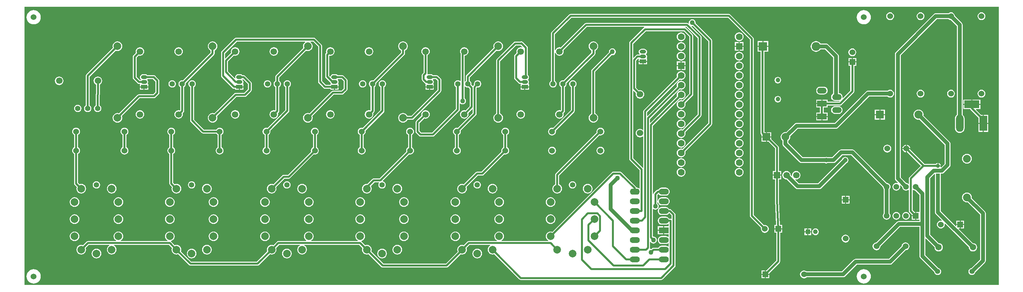
<source format=gtl>
G04 Layer_Physical_Order=1*
G04 Layer_Color=25308*
%FSLAX25Y25*%
%MOIN*%
G70*
G01*
G75*
%ADD10C,0.01969*%
%ADD11C,0.03937*%
%ADD12C,0.08000*%
%ADD13C,0.04921*%
%ADD14R,0.04921X0.04921*%
%ADD15C,0.06000*%
%ADD16C,0.06693*%
%ADD17C,0.05512*%
%ADD18C,0.07874*%
%ADD19R,0.06000X0.06000*%
G04:AMPARAMS|DCode=20|XSize=102.36mil|YSize=62.99mil|CornerRadius=31.5mil|HoleSize=0mil|Usage=FLASHONLY|Rotation=0.000|XOffset=0mil|YOffset=0mil|HoleType=Round|Shape=RoundedRectangle|*
%AMROUNDEDRECTD20*
21,1,0.10236,0.00000,0,0,0.0*
21,1,0.03937,0.06299,0,0,0.0*
1,1,0.06299,0.01969,0.00000*
1,1,0.06299,-0.01969,0.00000*
1,1,0.06299,-0.01969,0.00000*
1,1,0.06299,0.01969,0.00000*
%
%ADD20ROUNDEDRECTD20*%
%ADD21O,0.10236X0.06299*%
%ADD22R,0.10236X0.06299*%
%ADD23R,0.07000X0.07000*%
%ADD24C,0.07000*%
%ADD25R,0.06500X0.04000*%
%ADD26O,0.06500X0.04000*%
%ADD27C,0.08400*%
%ADD28R,0.08400X0.08400*%
%ADD29C,0.04134*%
%ADD30R,0.04134X0.04134*%
%ADD31R,0.06693X0.06693*%
%ADD32C,0.06496*%
%ADD33C,0.04724*%
%ADD34C,0.05315*%
%ADD35R,0.06000X0.06000*%
%ADD36C,0.05906*%
%ADD37R,0.05906X0.05906*%
%ADD38R,0.07874X0.07874*%
%ADD39R,0.09843X0.05906*%
%ADD40O,0.09843X0.05906*%
%ADD41R,0.09000X0.09000*%
%ADD42C,0.09000*%
%ADD43R,0.15748X0.07874*%
%ADD44R,0.07874X0.15748*%
%ADD45O,0.07874X0.17716*%
%ADD46C,0.05000*%
G36*
X1055000Y680000D02*
X47500D01*
Y967500D01*
X1055000D01*
Y680000D01*
D02*
G37*
%LPC*%
G36*
X137795Y784507D02*
X136506Y784338D01*
X135305Y783840D01*
X134274Y783049D01*
X133483Y782017D01*
X132985Y780816D01*
X132816Y779528D01*
X132985Y778239D01*
X133483Y777038D01*
X134274Y776007D01*
X135305Y775215D01*
X136506Y774718D01*
X137795Y774548D01*
X139084Y774718D01*
X140285Y775215D01*
X141316Y776007D01*
X142108Y777038D01*
X142605Y778239D01*
X142775Y779528D01*
X142605Y780816D01*
X142108Y782017D01*
X141316Y783049D01*
X140285Y783840D01*
X139084Y784338D01*
X137795Y784507D01*
D02*
G37*
G36*
X199409Y842617D02*
X198365Y842480D01*
X197392Y842077D01*
X196557Y841435D01*
X195915Y840600D01*
X195512Y839627D01*
X195375Y838583D01*
X195512Y837538D01*
X195915Y836565D01*
X196557Y835730D01*
X197386Y835093D01*
Y822387D01*
X196557Y821750D01*
X195915Y820915D01*
X195512Y819942D01*
X195375Y818898D01*
X195512Y817853D01*
X195915Y816880D01*
X196557Y816045D01*
X197386Y815408D01*
Y784843D01*
X197540Y784068D01*
X197979Y783412D01*
X200108Y781283D01*
X199915Y780816D01*
X199745Y779528D01*
X199915Y778239D01*
X200412Y777038D01*
X201203Y776007D01*
X202235Y775215D01*
X203436Y774718D01*
X204724Y774548D01*
X206013Y774718D01*
X207214Y775215D01*
X208245Y776007D01*
X209037Y777038D01*
X209534Y778239D01*
X209704Y779528D01*
X209534Y780816D01*
X209037Y782017D01*
X208245Y783049D01*
X207214Y783840D01*
X206013Y784338D01*
X204724Y784507D01*
X203436Y784338D01*
X202969Y784144D01*
X201432Y785681D01*
Y815408D01*
X202262Y816045D01*
X202903Y816880D01*
X203306Y817853D01*
X203444Y818898D01*
X203306Y819942D01*
X202903Y820915D01*
X202262Y821750D01*
X201432Y822387D01*
Y835093D01*
X202262Y835730D01*
X202903Y836565D01*
X203306Y837538D01*
X203444Y838583D01*
X203306Y839627D01*
X202903Y840600D01*
X202262Y841435D01*
X201427Y842077D01*
X200454Y842480D01*
X199409Y842617D01*
D02*
G37*
G36*
X236220Y784507D02*
X234932Y784338D01*
X233731Y783840D01*
X232699Y783049D01*
X231908Y782017D01*
X231411Y780816D01*
X231241Y779528D01*
X231411Y778239D01*
X231908Y777038D01*
X232699Y776007D01*
X233731Y775215D01*
X234932Y774718D01*
X236220Y774548D01*
X237509Y774718D01*
X238710Y775215D01*
X239741Y776007D01*
X240533Y777038D01*
X241030Y778239D01*
X241200Y779528D01*
X241030Y780816D01*
X240533Y782017D01*
X239741Y783049D01*
X238710Y783840D01*
X237509Y784338D01*
X236220Y784507D01*
D02*
G37*
G36*
X896000Y772000D02*
X892500D01*
Y768500D01*
X896000D01*
Y772000D01*
D02*
G37*
G36*
X900500D02*
X897000D01*
Y768500D01*
X900500D01*
Y772000D01*
D02*
G37*
G36*
X100984Y842617D02*
X99940Y842480D01*
X98967Y842077D01*
X98131Y841435D01*
X97490Y840600D01*
X97087Y839627D01*
X96950Y838583D01*
X97087Y837538D01*
X97490Y836565D01*
X98131Y835730D01*
X98961Y835093D01*
Y822387D01*
X98131Y821750D01*
X97490Y820915D01*
X97087Y819942D01*
X96950Y818898D01*
X97087Y817853D01*
X97490Y816880D01*
X98131Y816045D01*
X98961Y815408D01*
Y784843D01*
X99115Y784068D01*
X99554Y783412D01*
X101683Y781283D01*
X101489Y780816D01*
X101320Y779528D01*
X101489Y778239D01*
X101987Y777038D01*
X102778Y776007D01*
X103809Y775215D01*
X105010Y774718D01*
X106299Y774548D01*
X107588Y774718D01*
X108789Y775215D01*
X109820Y776007D01*
X110612Y777038D01*
X111109Y778239D01*
X111279Y779528D01*
X111109Y780816D01*
X110612Y782017D01*
X109820Y783049D01*
X108789Y783840D01*
X107588Y784338D01*
X106299Y784507D01*
X105010Y784338D01*
X104544Y784144D01*
X103007Y785681D01*
Y815408D01*
X103837Y816045D01*
X104478Y816880D01*
X104881Y817853D01*
X105019Y818898D01*
X104881Y819942D01*
X104478Y820915D01*
X103837Y821750D01*
X103007Y822387D01*
Y835093D01*
X103837Y835730D01*
X104478Y836565D01*
X104881Y837538D01*
X105019Y838583D01*
X104881Y839627D01*
X104478Y840600D01*
X103837Y841435D01*
X103001Y842077D01*
X102028Y842480D01*
X100984Y842617D01*
D02*
G37*
G36*
X629921Y784507D02*
X628632Y784338D01*
X627431Y783840D01*
X626400Y783049D01*
X625609Y782017D01*
X625111Y780816D01*
X624942Y779528D01*
X625111Y778239D01*
X625609Y777038D01*
X626400Y776007D01*
X627431Y775215D01*
X628632Y774718D01*
X629921Y774548D01*
X631210Y774718D01*
X632411Y775215D01*
X633442Y776007D01*
X634234Y777038D01*
X634731Y778239D01*
X634901Y779528D01*
X634731Y780816D01*
X634234Y782017D01*
X633442Y783049D01*
X632411Y783840D01*
X631210Y784338D01*
X629921Y784507D01*
D02*
G37*
G36*
X122047Y787253D02*
X121067Y787124D01*
X120153Y786745D01*
X119369Y786143D01*
X118766Y785359D01*
X118388Y784445D01*
X118259Y783465D01*
X118388Y782484D01*
X118766Y781570D01*
X119369Y780786D01*
X120153Y780184D01*
X121067Y779805D01*
X122047Y779676D01*
X123028Y779805D01*
X123941Y780184D01*
X124726Y780786D01*
X125328Y781570D01*
X125706Y782484D01*
X125836Y783465D01*
X125706Y784445D01*
X125328Y785359D01*
X124726Y786143D01*
X123941Y786745D01*
X123028Y787124D01*
X122047Y787253D01*
D02*
G37*
G36*
X220472D02*
X219492Y787124D01*
X218578Y786745D01*
X217794Y786143D01*
X217192Y785359D01*
X216813Y784445D01*
X216684Y783465D01*
X216813Y782484D01*
X217192Y781570D01*
X217794Y780786D01*
X218578Y780184D01*
X219492Y779805D01*
X220472Y779676D01*
X221453Y779805D01*
X222367Y780184D01*
X223151Y780786D01*
X223753Y781570D01*
X224132Y782484D01*
X224261Y783465D01*
X224132Y784445D01*
X223753Y785359D01*
X223151Y786143D01*
X222367Y786745D01*
X221453Y787124D01*
X220472Y787253D01*
D02*
G37*
G36*
X334646Y784507D02*
X333357Y784338D01*
X332156Y783840D01*
X331124Y783049D01*
X330333Y782017D01*
X329836Y780816D01*
X329666Y779528D01*
X329836Y778239D01*
X330333Y777038D01*
X331124Y776007D01*
X332156Y775215D01*
X333357Y774718D01*
X334646Y774548D01*
X335934Y774718D01*
X337135Y775215D01*
X338167Y776007D01*
X338958Y777038D01*
X339456Y778239D01*
X339625Y779528D01*
X339456Y780816D01*
X338958Y782017D01*
X338167Y783049D01*
X337135Y783840D01*
X335934Y784338D01*
X334646Y784507D01*
D02*
G37*
G36*
X433071D02*
X431782Y784338D01*
X430581Y783840D01*
X429550Y783049D01*
X428758Y782017D01*
X428261Y780816D01*
X428091Y779528D01*
X428261Y778239D01*
X428758Y777038D01*
X429550Y776007D01*
X430581Y775215D01*
X431782Y774718D01*
X433071Y774548D01*
X434360Y774718D01*
X435561Y775215D01*
X436592Y776007D01*
X437383Y777038D01*
X437881Y778239D01*
X438050Y779528D01*
X437881Y780816D01*
X437383Y782017D01*
X436592Y783049D01*
X435561Y783840D01*
X434360Y784338D01*
X433071Y784507D01*
D02*
G37*
G36*
X531496D02*
X530207Y784338D01*
X529006Y783840D01*
X527975Y783049D01*
X527183Y782017D01*
X526686Y780816D01*
X526516Y779528D01*
X526686Y778239D01*
X527183Y777038D01*
X527975Y776007D01*
X529006Y775215D01*
X530207Y774718D01*
X531496Y774548D01*
X532785Y774718D01*
X533986Y775215D01*
X535017Y776007D01*
X535809Y777038D01*
X536306Y778239D01*
X536476Y779528D01*
X536306Y780816D01*
X535809Y782017D01*
X535017Y783049D01*
X533986Y783840D01*
X532785Y784338D01*
X531496Y784507D01*
D02*
G37*
G36*
X296260Y770728D02*
X294971Y770558D01*
X293770Y770061D01*
X292739Y769269D01*
X291947Y768238D01*
X291450Y767037D01*
X291280Y765748D01*
X291450Y764459D01*
X291947Y763258D01*
X292739Y762227D01*
X293770Y761436D01*
X294971Y760938D01*
X296260Y760769D01*
X297549Y760938D01*
X298750Y761436D01*
X299781Y762227D01*
X300572Y763258D01*
X301070Y764459D01*
X301239Y765748D01*
X301070Y767037D01*
X300572Y768238D01*
X299781Y769269D01*
X298750Y770061D01*
X297549Y770558D01*
X296260Y770728D01*
D02*
G37*
G36*
X341535D02*
X340247Y770558D01*
X339046Y770061D01*
X338014Y769269D01*
X337223Y768238D01*
X336725Y767037D01*
X336556Y765748D01*
X336725Y764459D01*
X337223Y763258D01*
X338014Y762227D01*
X339046Y761436D01*
X340247Y760938D01*
X341535Y760769D01*
X342824Y760938D01*
X344025Y761436D01*
X345057Y762227D01*
X345848Y763258D01*
X346345Y764459D01*
X346515Y765748D01*
X346345Y767037D01*
X345848Y768238D01*
X345057Y769269D01*
X344025Y770061D01*
X342824Y770558D01*
X341535Y770728D01*
D02*
G37*
G36*
X394685D02*
X393396Y770558D01*
X392195Y770061D01*
X391164Y769269D01*
X390372Y768238D01*
X389875Y767037D01*
X389705Y765748D01*
X389875Y764459D01*
X390372Y763258D01*
X391164Y762227D01*
X392195Y761436D01*
X393396Y760938D01*
X394685Y760769D01*
X395974Y760938D01*
X397175Y761436D01*
X398206Y762227D01*
X398997Y763258D01*
X399495Y764459D01*
X399665Y765748D01*
X399495Y767037D01*
X398997Y768238D01*
X398206Y769269D01*
X397175Y770061D01*
X395974Y770558D01*
X394685Y770728D01*
D02*
G37*
G36*
X144685D02*
X143396Y770558D01*
X142195Y770061D01*
X141164Y769269D01*
X140373Y768238D01*
X139875Y767037D01*
X139705Y765748D01*
X139875Y764459D01*
X140373Y763258D01*
X141164Y762227D01*
X142195Y761436D01*
X143396Y760938D01*
X144685Y760769D01*
X145974Y760938D01*
X147175Y761436D01*
X148206Y762227D01*
X148997Y763258D01*
X149495Y764459D01*
X149665Y765748D01*
X149495Y767037D01*
X148997Y768238D01*
X148206Y769269D01*
X147175Y770061D01*
X145974Y770558D01*
X144685Y770728D01*
D02*
G37*
G36*
X197835D02*
X196546Y770558D01*
X195345Y770061D01*
X194314Y769269D01*
X193522Y768238D01*
X193025Y767037D01*
X192855Y765748D01*
X193025Y764459D01*
X193522Y763258D01*
X194314Y762227D01*
X195345Y761436D01*
X196546Y760938D01*
X197835Y760769D01*
X199123Y760938D01*
X200324Y761436D01*
X201356Y762227D01*
X202147Y763258D01*
X202644Y764459D01*
X202814Y765748D01*
X202644Y767037D01*
X202147Y768238D01*
X201356Y769269D01*
X200324Y770061D01*
X199123Y770558D01*
X197835Y770728D01*
D02*
G37*
G36*
X243110D02*
X241821Y770558D01*
X240620Y770061D01*
X239589Y769269D01*
X238798Y768238D01*
X238300Y767037D01*
X238131Y765748D01*
X238300Y764459D01*
X238798Y763258D01*
X239589Y762227D01*
X240620Y761436D01*
X241821Y760938D01*
X243110Y760769D01*
X244399Y760938D01*
X245600Y761436D01*
X246631Y762227D01*
X247423Y763258D01*
X247920Y764459D01*
X248090Y765748D01*
X247920Y767037D01*
X247423Y768238D01*
X246631Y769269D01*
X245600Y770061D01*
X244399Y770558D01*
X243110Y770728D01*
D02*
G37*
G36*
X591535D02*
X590247Y770558D01*
X589046Y770061D01*
X588014Y769269D01*
X587223Y768238D01*
X586726Y767037D01*
X586556Y765748D01*
X586726Y764459D01*
X587223Y763258D01*
X588014Y762227D01*
X589046Y761436D01*
X590247Y760938D01*
X591535Y760769D01*
X592824Y760938D01*
X594025Y761436D01*
X595056Y762227D01*
X595848Y763258D01*
X596345Y764459D01*
X596515Y765748D01*
X596345Y767037D01*
X595848Y768238D01*
X595056Y769269D01*
X594025Y770061D01*
X592824Y770558D01*
X591535Y770728D01*
D02*
G37*
G36*
X896000Y767500D02*
X892500D01*
Y764000D01*
X896000D01*
Y767500D01*
D02*
G37*
G36*
X900500D02*
X897000D01*
Y764000D01*
X900500D01*
Y767500D01*
D02*
G37*
G36*
X439961Y770728D02*
X438672Y770558D01*
X437471Y770061D01*
X436440Y769269D01*
X435648Y768238D01*
X435151Y767037D01*
X434981Y765748D01*
X435151Y764459D01*
X435648Y763258D01*
X436440Y762227D01*
X437471Y761436D01*
X438672Y760938D01*
X439961Y760769D01*
X441249Y760938D01*
X442450Y761436D01*
X443482Y762227D01*
X444273Y763258D01*
X444770Y764459D01*
X444940Y765748D01*
X444770Y767037D01*
X444273Y768238D01*
X443482Y769269D01*
X442450Y770061D01*
X441249Y770558D01*
X439961Y770728D01*
D02*
G37*
G36*
X493110D02*
X491821Y770558D01*
X490620Y770061D01*
X489589Y769269D01*
X488798Y768238D01*
X488300Y767037D01*
X488131Y765748D01*
X488300Y764459D01*
X488798Y763258D01*
X489589Y762227D01*
X490620Y761436D01*
X491821Y760938D01*
X493110Y760769D01*
X494399Y760938D01*
X495600Y761436D01*
X496631Y762227D01*
X497423Y763258D01*
X497920Y764459D01*
X498090Y765748D01*
X497920Y767037D01*
X497423Y768238D01*
X496631Y769269D01*
X495600Y770061D01*
X494399Y770558D01*
X493110Y770728D01*
D02*
G37*
G36*
X538386D02*
X537097Y770558D01*
X535896Y770061D01*
X534865Y769269D01*
X534073Y768238D01*
X533576Y767037D01*
X533406Y765748D01*
X533576Y764459D01*
X534073Y763258D01*
X534865Y762227D01*
X535896Y761436D01*
X537097Y760938D01*
X538386Y760769D01*
X539675Y760938D01*
X540876Y761436D01*
X541907Y762227D01*
X542698Y763258D01*
X543196Y764459D01*
X543365Y765748D01*
X543196Y767037D01*
X542698Y768238D01*
X541907Y769269D01*
X540876Y770061D01*
X539675Y770558D01*
X538386Y770728D01*
D02*
G37*
G36*
X446260Y842617D02*
X445216Y842480D01*
X444242Y842077D01*
X443407Y841435D01*
X442766Y840600D01*
X442363Y839627D01*
X442225Y838583D01*
X442363Y837538D01*
X442766Y836565D01*
X443407Y835730D01*
X444237Y835093D01*
Y822387D01*
X443407Y821750D01*
X442766Y820915D01*
X442363Y819942D01*
X442225Y818898D01*
X442362Y817861D01*
X414729Y790228D01*
X408705D01*
X407931Y790074D01*
X407274Y789635D01*
X402080Y784441D01*
X401575Y784507D01*
X400286Y784338D01*
X399085Y783840D01*
X398054Y783049D01*
X397262Y782017D01*
X396765Y780816D01*
X396595Y779528D01*
X396765Y778239D01*
X397262Y777038D01*
X398054Y776007D01*
X399085Y775215D01*
X400286Y774718D01*
X401575Y774548D01*
X402864Y774718D01*
X404065Y775215D01*
X405096Y776007D01*
X405887Y777038D01*
X406385Y778239D01*
X406554Y779528D01*
X406385Y780816D01*
X405887Y782017D01*
X405666Y782305D01*
X409543Y786182D01*
X414043D01*
X414290Y785682D01*
X414042Y785359D01*
X413664Y784445D01*
X413534Y783465D01*
X413664Y782484D01*
X414042Y781570D01*
X414644Y780786D01*
X415429Y780184D01*
X416342Y779805D01*
X417323Y779676D01*
X418303Y779805D01*
X419217Y780184D01*
X420002Y780786D01*
X420604Y781570D01*
X420982Y782484D01*
X421111Y783465D01*
X420982Y784445D01*
X420604Y785359D01*
X420002Y786143D01*
X419217Y786745D01*
X418303Y787124D01*
X418019Y787161D01*
X417858Y787635D01*
X445223Y815000D01*
X446260Y814863D01*
X447304Y815001D01*
X448277Y815404D01*
X449113Y816045D01*
X449754Y816880D01*
X450157Y817853D01*
X450294Y818898D01*
X450157Y819942D01*
X449754Y820915D01*
X449113Y821750D01*
X448283Y822387D01*
Y835093D01*
X449113Y835730D01*
X449754Y836565D01*
X450157Y837538D01*
X450294Y838583D01*
X450157Y839627D01*
X449754Y840600D01*
X449113Y841435D01*
X448277Y842077D01*
X447304Y842480D01*
X446260Y842617D01*
D02*
G37*
G36*
X544685D02*
X543641Y842480D01*
X542668Y842077D01*
X541832Y841435D01*
X541191Y840600D01*
X540788Y839627D01*
X540651Y838583D01*
X540788Y837538D01*
X541191Y836565D01*
X541832Y835730D01*
X542662Y835093D01*
Y822387D01*
X541832Y821750D01*
X541191Y820915D01*
X540788Y819942D01*
X540651Y818898D01*
X540787Y817861D01*
X519977Y797051D01*
X515500D01*
X514726Y796897D01*
X514069Y796458D01*
X501756Y784144D01*
X501289Y784338D01*
X500000Y784507D01*
X498711Y784338D01*
X497510Y783840D01*
X496479Y783049D01*
X495687Y782017D01*
X495190Y780816D01*
X495020Y779528D01*
X495190Y778239D01*
X495687Y777038D01*
X496479Y776007D01*
X497510Y775215D01*
X498711Y774718D01*
X500000Y774548D01*
X501289Y774718D01*
X502490Y775215D01*
X503521Y776007D01*
X504313Y777038D01*
X504810Y778239D01*
X504980Y779528D01*
X504810Y780816D01*
X504617Y781283D01*
X516338Y793005D01*
X520815D01*
X521589Y793158D01*
X522246Y793597D01*
X543648Y815000D01*
X544685Y814863D01*
X545729Y815001D01*
X546702Y815404D01*
X547538Y816045D01*
X548179Y816880D01*
X548582Y817853D01*
X548720Y818898D01*
X548582Y819942D01*
X548179Y820915D01*
X547538Y821750D01*
X546708Y822387D01*
Y835093D01*
X547538Y835730D01*
X548179Y836565D01*
X548582Y837538D01*
X548720Y838583D01*
X548582Y839627D01*
X548179Y840600D01*
X547538Y841435D01*
X546702Y842077D01*
X545729Y842480D01*
X544685Y842617D01*
D02*
G37*
G36*
X593110Y822932D02*
X592066Y822795D01*
X591093Y822392D01*
X590257Y821750D01*
X589616Y820915D01*
X589213Y819942D01*
X589076Y818898D01*
X589213Y817853D01*
X589616Y816880D01*
X590257Y816045D01*
X591093Y815404D01*
X592066Y815001D01*
X593110Y814863D01*
X594154Y815001D01*
X595127Y815404D01*
X595963Y816045D01*
X596604Y816880D01*
X597007Y817853D01*
X597145Y818898D01*
X597007Y819942D01*
X596604Y820915D01*
X595963Y821750D01*
X595127Y822392D01*
X594154Y822795D01*
X593110Y822932D01*
D02*
G37*
G36*
X150984Y842617D02*
X149940Y842480D01*
X148967Y842077D01*
X148131Y841435D01*
X147490Y840600D01*
X147087Y839627D01*
X146950Y838583D01*
X147087Y837538D01*
X147490Y836565D01*
X148131Y835730D01*
X148961Y835093D01*
Y822387D01*
X148131Y821750D01*
X147490Y820915D01*
X147087Y819942D01*
X146950Y818898D01*
X147087Y817853D01*
X147490Y816880D01*
X148131Y816045D01*
X148967Y815404D01*
X149940Y815001D01*
X150984Y814863D01*
X152028Y815001D01*
X153001Y815404D01*
X153837Y816045D01*
X154478Y816880D01*
X154881Y817853D01*
X155019Y818898D01*
X154881Y819942D01*
X154478Y820915D01*
X153837Y821750D01*
X153007Y822387D01*
Y835093D01*
X153837Y835730D01*
X154478Y836565D01*
X154881Y837538D01*
X155019Y838583D01*
X154881Y839627D01*
X154478Y840600D01*
X153837Y841435D01*
X153001Y842077D01*
X152028Y842480D01*
X150984Y842617D01*
D02*
G37*
G36*
X220866Y891584D02*
X219886Y891454D01*
X218972Y891076D01*
X218187Y890474D01*
X217585Y889689D01*
X217207Y888776D01*
X217078Y887795D01*
X217207Y886815D01*
X217585Y885901D01*
X218187Y885116D01*
X218843Y884613D01*
Y850000D01*
X218997Y849226D01*
X219436Y848569D01*
X230853Y837152D01*
X231509Y836714D01*
X232284Y836559D01*
X245920D01*
X246557Y835730D01*
X247386Y835093D01*
Y822387D01*
X246557Y821750D01*
X245915Y820915D01*
X245512Y819942D01*
X245375Y818898D01*
X245512Y817853D01*
X245915Y816880D01*
X246557Y816045D01*
X247392Y815404D01*
X248365Y815001D01*
X249409Y814863D01*
X250454Y815001D01*
X251427Y815404D01*
X252262Y816045D01*
X252903Y816880D01*
X253306Y817853D01*
X253444Y818898D01*
X253306Y819942D01*
X252903Y820915D01*
X252262Y821750D01*
X251432Y822387D01*
Y835093D01*
X252262Y835730D01*
X252903Y836565D01*
X253306Y837538D01*
X253444Y838583D01*
X253306Y839627D01*
X252903Y840600D01*
X252262Y841435D01*
X251427Y842077D01*
X250454Y842480D01*
X249409Y842617D01*
X248365Y842480D01*
X247392Y842077D01*
X246557Y841435D01*
X245920Y840606D01*
X233122D01*
X222889Y850838D01*
Y884613D01*
X223545Y885116D01*
X224147Y885901D01*
X224525Y886815D01*
X224655Y887795D01*
X224525Y888776D01*
X224147Y889689D01*
X223545Y890474D01*
X222760Y891076D01*
X221847Y891454D01*
X220866Y891584D01*
D02*
G37*
G36*
X347835Y842617D02*
X346790Y842480D01*
X345817Y842077D01*
X344982Y841435D01*
X344341Y840600D01*
X343938Y839627D01*
X343800Y838583D01*
X343938Y837538D01*
X344341Y836565D01*
X344982Y835730D01*
X345812Y835093D01*
Y822387D01*
X344982Y821750D01*
X344341Y820915D01*
X343938Y819942D01*
X343800Y818898D01*
X343937Y817861D01*
X319977Y793901D01*
X315500D01*
X314726Y793747D01*
X314069Y793309D01*
X304905Y784144D01*
X304438Y784338D01*
X303150Y784507D01*
X301861Y784338D01*
X300660Y783840D01*
X299628Y783049D01*
X298837Y782017D01*
X298340Y780816D01*
X298170Y779528D01*
X298340Y778239D01*
X298837Y777038D01*
X299628Y776007D01*
X300660Y775215D01*
X301861Y774718D01*
X303150Y774548D01*
X304438Y774718D01*
X305639Y775215D01*
X306671Y776007D01*
X307462Y777038D01*
X307960Y778239D01*
X308129Y779528D01*
X307960Y780816D01*
X307766Y781283D01*
X316338Y789855D01*
X320815D01*
X321589Y790009D01*
X322246Y790447D01*
X346798Y815000D01*
X347835Y814863D01*
X348879Y815001D01*
X349852Y815404D01*
X350687Y816045D01*
X351329Y816880D01*
X351732Y817853D01*
X351869Y818898D01*
X351732Y819942D01*
X351329Y820915D01*
X350687Y821750D01*
X349858Y822387D01*
Y835093D01*
X350687Y835730D01*
X351329Y836565D01*
X351732Y837538D01*
X351869Y838583D01*
X351732Y839627D01*
X351329Y840600D01*
X350687Y841435D01*
X349852Y842077D01*
X348879Y842480D01*
X347835Y842617D01*
D02*
G37*
G36*
X958843Y824969D02*
X958298Y824897D01*
X957325Y824494D01*
X956490Y823853D01*
X955849Y823017D01*
X955446Y822044D01*
X955374Y821500D01*
X958843D01*
Y824969D01*
D02*
G37*
G36*
X959843D02*
Y821500D01*
X963311D01*
X963240Y822044D01*
X962837Y823017D01*
X962195Y823853D01*
X961360Y824494D01*
X960387Y824897D01*
X959843Y824969D01*
D02*
G37*
G36*
X726500Y831039D02*
X725325Y830884D01*
X724231Y830431D01*
X723291Y829709D01*
X722569Y828769D01*
X722116Y827675D01*
X721961Y826500D01*
X722116Y825325D01*
X722569Y824231D01*
X723291Y823291D01*
X724231Y822569D01*
X725325Y822116D01*
X726500Y821961D01*
X727675Y822116D01*
X728769Y822569D01*
X729709Y823291D01*
X730431Y824231D01*
X730884Y825325D01*
X731039Y826500D01*
X730884Y827675D01*
X730431Y828769D01*
X729709Y829709D01*
X728769Y830431D01*
X727675Y830884D01*
X726500Y831039D01*
D02*
G37*
G36*
X643110Y822932D02*
X642066Y822795D01*
X641093Y822392D01*
X640257Y821750D01*
X639616Y820915D01*
X639213Y819942D01*
X639076Y818898D01*
X639213Y817853D01*
X639616Y816880D01*
X640257Y816045D01*
X641093Y815404D01*
X642066Y815001D01*
X643110Y814863D01*
X644154Y815001D01*
X645127Y815404D01*
X645963Y816045D01*
X646604Y816880D01*
X647007Y817853D01*
X647145Y818898D01*
X647007Y819942D01*
X646604Y820915D01*
X645963Y821750D01*
X645127Y822392D01*
X644154Y822795D01*
X643110Y822932D01*
D02*
G37*
G36*
X939657Y825035D02*
X938613Y824897D01*
X937640Y824494D01*
X936805Y823853D01*
X936163Y823017D01*
X935760Y822044D01*
X935623Y821000D01*
X935760Y819956D01*
X936163Y818983D01*
X936805Y818147D01*
X937640Y817506D01*
X938613Y817103D01*
X939657Y816965D01*
X940702Y817103D01*
X941675Y817506D01*
X942510Y818147D01*
X943151Y818983D01*
X943554Y819956D01*
X943692Y821000D01*
X943554Y822044D01*
X943151Y823017D01*
X942510Y823853D01*
X941675Y824494D01*
X940702Y824897D01*
X939657Y825035D01*
D02*
G37*
G36*
X958843Y820500D02*
X955374D01*
X955446Y819956D01*
X955849Y818983D01*
X956490Y818147D01*
X957325Y817506D01*
X958298Y817103D01*
X958843Y817031D01*
Y820500D01*
D02*
G37*
G36*
X896185Y812391D02*
X895307Y812276D01*
X894489Y811937D01*
X893787Y811398D01*
X893248Y810696D01*
X892967Y810016D01*
X867945Y784994D01*
X848240D01*
X844490Y788745D01*
X844723Y789218D01*
X845500Y789116D01*
X846635Y789265D01*
X847692Y789703D01*
X848600Y790400D01*
X849297Y791308D01*
X849735Y792365D01*
X849884Y793500D01*
X849735Y794635D01*
X849297Y795692D01*
X848600Y796600D01*
X847692Y797297D01*
X846635Y797735D01*
X845500Y797884D01*
X844365Y797735D01*
X843308Y797297D01*
X842400Y796600D01*
X841703Y795692D01*
X841265Y794635D01*
X841116Y793500D01*
X841218Y792723D01*
X840745Y792490D01*
X839867Y793368D01*
X839884Y793500D01*
X839735Y794635D01*
X839297Y795692D01*
X838600Y796600D01*
X837692Y797297D01*
X836635Y797735D01*
X835500Y797884D01*
X834365Y797735D01*
X833308Y797297D01*
X832400Y796600D01*
X831703Y795692D01*
X831265Y794635D01*
X831116Y793500D01*
X831265Y792365D01*
X831703Y791308D01*
X832400Y790400D01*
X833308Y789703D01*
X834365Y789265D01*
X835500Y789116D01*
X835632Y789133D01*
X844883Y779883D01*
X845503Y779407D01*
X846014Y779195D01*
X846225Y779108D01*
X847000Y779006D01*
X869343D01*
X870117Y779108D01*
X870840Y779407D01*
X871460Y779883D01*
X871935Y780503D01*
X871945Y780525D01*
X897201Y805782D01*
X897881Y806063D01*
X898583Y806602D01*
X899122Y807304D01*
X899461Y808122D01*
X899576Y809000D01*
X899461Y809878D01*
X899122Y810696D01*
X898583Y811398D01*
X897881Y811937D01*
X897063Y812276D01*
X896185Y812391D01*
D02*
G37*
G36*
X726500Y801039D02*
X725325Y800884D01*
X724231Y800431D01*
X723291Y799709D01*
X722569Y798769D01*
X722116Y797675D01*
X721961Y796500D01*
X722116Y795325D01*
X722569Y794231D01*
X723291Y793291D01*
X724231Y792569D01*
X725325Y792116D01*
X726500Y791961D01*
X727675Y792116D01*
X728769Y792569D01*
X729709Y793291D01*
X730431Y794231D01*
X730884Y795325D01*
X731039Y796500D01*
X730884Y797675D01*
X730431Y798769D01*
X729709Y799709D01*
X728769Y800431D01*
X727675Y800884D01*
X726500Y801039D01*
D02*
G37*
G36*
X786500D02*
X785325Y800884D01*
X784231Y800431D01*
X783291Y799709D01*
X782569Y798769D01*
X782116Y797675D01*
X781961Y796500D01*
X782116Y795325D01*
X782569Y794231D01*
X783291Y793291D01*
X784231Y792569D01*
X785325Y792116D01*
X786500Y791961D01*
X787675Y792116D01*
X788769Y792569D01*
X789709Y793291D01*
X790431Y794231D01*
X790884Y795325D01*
X791039Y796500D01*
X790884Y797675D01*
X790431Y798769D01*
X789709Y799709D01*
X788769Y800431D01*
X787675Y800884D01*
X786500Y801039D01*
D02*
G37*
G36*
X318898Y787253D02*
X317917Y787124D01*
X317003Y786745D01*
X316219Y786143D01*
X315617Y785359D01*
X315238Y784445D01*
X315109Y783465D01*
X315238Y782484D01*
X315617Y781570D01*
X316219Y780786D01*
X317003Y780184D01*
X317917Y779805D01*
X318898Y779676D01*
X319878Y779805D01*
X320792Y780184D01*
X321576Y780786D01*
X322178Y781570D01*
X322557Y782484D01*
X322686Y783465D01*
X322557Y784445D01*
X322178Y785359D01*
X321576Y786143D01*
X320792Y786745D01*
X319878Y787124D01*
X318898Y787253D01*
D02*
G37*
G36*
X515748D02*
X514768Y787124D01*
X513854Y786745D01*
X513069Y786143D01*
X512467Y785359D01*
X512089Y784445D01*
X511960Y783465D01*
X512089Y782484D01*
X512467Y781570D01*
X513069Y780786D01*
X513854Y780184D01*
X514768Y779805D01*
X515748Y779676D01*
X516728Y779805D01*
X517642Y780184D01*
X518427Y780786D01*
X519029Y781570D01*
X519407Y782484D01*
X519536Y783465D01*
X519407Y784445D01*
X519029Y785359D01*
X518427Y786143D01*
X517642Y786745D01*
X516728Y787124D01*
X515748Y787253D01*
D02*
G37*
G36*
X614173D02*
X613193Y787124D01*
X612279Y786745D01*
X611494Y786143D01*
X610892Y785359D01*
X610514Y784445D01*
X610385Y783465D01*
X610514Y782484D01*
X610892Y781570D01*
X611494Y780786D01*
X612279Y780184D01*
X613193Y779805D01*
X614173Y779676D01*
X615154Y779805D01*
X616067Y780184D01*
X616852Y780786D01*
X617454Y781570D01*
X617832Y782484D01*
X617962Y783465D01*
X617832Y784445D01*
X617454Y785359D01*
X616852Y786143D01*
X616067Y786745D01*
X615154Y787124D01*
X614173Y787253D01*
D02*
G37*
G36*
X992500Y806028D02*
Y803500D01*
X995028D01*
X994988Y803801D01*
X994679Y804547D01*
X994187Y805187D01*
X993547Y805679D01*
X992801Y805988D01*
X992500Y806028D01*
D02*
G37*
G36*
X1022000Y815543D02*
X1020695Y815371D01*
X1019478Y814867D01*
X1018434Y814066D01*
X1017632Y813022D01*
X1017129Y811805D01*
X1016957Y810500D01*
X1017129Y809195D01*
X1017632Y807978D01*
X1018434Y806934D01*
X1019478Y806133D01*
X1020695Y805629D01*
X1022000Y805457D01*
X1023305Y805629D01*
X1024522Y806133D01*
X1025566Y806934D01*
X1026367Y807978D01*
X1026871Y809195D01*
X1027043Y810500D01*
X1026871Y811805D01*
X1026367Y813022D01*
X1025566Y814066D01*
X1024522Y814867D01*
X1023305Y815371D01*
X1022000Y815543D01*
D02*
G37*
G36*
X786500Y821039D02*
X785325Y820884D01*
X784231Y820431D01*
X783291Y819709D01*
X782569Y818769D01*
X782116Y817675D01*
X781961Y816500D01*
X782116Y815325D01*
X782569Y814231D01*
X783291Y813291D01*
X784231Y812569D01*
X785325Y812116D01*
X786500Y811961D01*
X787675Y812116D01*
X788769Y812569D01*
X789709Y813291D01*
X790431Y814231D01*
X790884Y815325D01*
X791039Y816500D01*
X790884Y817675D01*
X790431Y818769D01*
X789709Y819709D01*
X788769Y820431D01*
X787675Y820884D01*
X786500Y821039D01*
D02*
G37*
G36*
X819594Y832500D02*
X815157D01*
Y828063D01*
X816733D01*
X823477Y821319D01*
Y797847D01*
X821154D01*
Y794000D01*
X829846D01*
Y797847D01*
X827523D01*
Y822157D01*
X827369Y822932D01*
X826931Y823588D01*
X819594Y830924D01*
Y832500D01*
D02*
G37*
G36*
X726500Y811039D02*
X725325Y810884D01*
X724231Y810431D01*
X723291Y809709D01*
X722569Y808769D01*
X722116Y807675D01*
X721961Y806500D01*
X722116Y805325D01*
X722569Y804231D01*
X723291Y803291D01*
X724231Y802569D01*
X725325Y802116D01*
X726500Y801961D01*
X727675Y802116D01*
X728769Y802569D01*
X729709Y803291D01*
X730431Y804231D01*
X730884Y805325D01*
X731039Y806500D01*
X730884Y807675D01*
X730431Y808769D01*
X729709Y809709D01*
X728769Y810431D01*
X727675Y810884D01*
X726500Y811039D01*
D02*
G37*
G36*
X786500D02*
X785325Y810884D01*
X784231Y810431D01*
X783291Y809709D01*
X782569Y808769D01*
X782116Y807675D01*
X781961Y806500D01*
X782116Y805325D01*
X782569Y804231D01*
X783291Y803291D01*
X784231Y802569D01*
X785325Y802116D01*
X786500Y801961D01*
X787675Y802116D01*
X788769Y802569D01*
X789709Y803291D01*
X790431Y804231D01*
X790884Y805325D01*
X791039Y806500D01*
X790884Y807675D01*
X790431Y808769D01*
X789709Y809709D01*
X788769Y810431D01*
X787675Y810884D01*
X786500Y811039D01*
D02*
G37*
G36*
X896500Y732034D02*
X895456Y731897D01*
X894483Y731494D01*
X893647Y730853D01*
X893006Y730017D01*
X892603Y729044D01*
X892465Y728000D01*
X892603Y726956D01*
X893006Y725983D01*
X893647Y725147D01*
X894483Y724506D01*
X895456Y724103D01*
X896500Y723966D01*
X897544Y724103D01*
X898517Y724506D01*
X899353Y725147D01*
X899994Y725983D01*
X900397Y726956D01*
X900535Y728000D01*
X900397Y729044D01*
X899994Y730017D01*
X899353Y730853D01*
X898517Y731494D01*
X897544Y731897D01*
X896500Y732034D01*
D02*
G37*
G36*
X99409Y735295D02*
X98121Y735125D01*
X96920Y734627D01*
X95888Y733836D01*
X95097Y732805D01*
X94599Y731604D01*
X94430Y730315D01*
X94599Y729026D01*
X95097Y727825D01*
X95888Y726794D01*
X96920Y726003D01*
X98121Y725505D01*
X99409Y725335D01*
X100698Y725505D01*
X101899Y726003D01*
X102930Y726794D01*
X103722Y727825D01*
X104219Y729026D01*
X104389Y730315D01*
X104219Y731604D01*
X103722Y732805D01*
X102930Y733836D01*
X101899Y734627D01*
X100698Y735125D01*
X99409Y735295D01*
D02*
G37*
G36*
X243110D02*
X241821Y735125D01*
X240620Y734627D01*
X239589Y733836D01*
X238798Y732805D01*
X238300Y731604D01*
X238131Y730315D01*
X238300Y729026D01*
X238798Y727825D01*
X239589Y726794D01*
X240620Y726003D01*
X241821Y725505D01*
X243110Y725335D01*
X244399Y725505D01*
X245600Y726003D01*
X246631Y726794D01*
X247423Y727825D01*
X247920Y729026D01*
X248090Y730315D01*
X247920Y731604D01*
X247423Y732805D01*
X246631Y733836D01*
X245600Y734627D01*
X244399Y735125D01*
X243110Y735295D01*
D02*
G37*
G36*
X515748Y717578D02*
X514459Y717409D01*
X513258Y716911D01*
X512227Y716120D01*
X511436Y715088D01*
X510938Y713887D01*
X510768Y712599D01*
X510938Y711310D01*
X511436Y710109D01*
X512227Y709078D01*
X513258Y708286D01*
X514459Y707789D01*
X515748Y707619D01*
X517037Y707789D01*
X518238Y708286D01*
X519269Y709078D01*
X520060Y710109D01*
X520558Y711310D01*
X520728Y712599D01*
X520558Y713887D01*
X520060Y715088D01*
X519269Y716120D01*
X518238Y716911D01*
X517037Y717409D01*
X515748Y717578D01*
D02*
G37*
G36*
X236220Y721515D02*
X234932Y721346D01*
X233731Y720848D01*
X232699Y720057D01*
X231908Y719025D01*
X231411Y717824D01*
X231241Y716536D01*
X231411Y715247D01*
X231908Y714046D01*
X232699Y713015D01*
X233731Y712223D01*
X234932Y711726D01*
X236220Y711556D01*
X237509Y711726D01*
X238710Y712223D01*
X239741Y713015D01*
X240533Y714046D01*
X241030Y715247D01*
X241200Y716536D01*
X241030Y717824D01*
X240533Y719025D01*
X239741Y720057D01*
X238710Y720848D01*
X237509Y721346D01*
X236220Y721515D01*
D02*
G37*
G36*
X433071D02*
X431782Y721346D01*
X430581Y720848D01*
X429550Y720057D01*
X428758Y719025D01*
X428261Y717824D01*
X428091Y716536D01*
X428261Y715247D01*
X428758Y714046D01*
X429550Y713015D01*
X430581Y712223D01*
X431782Y711726D01*
X433071Y711556D01*
X434360Y711726D01*
X435561Y712223D01*
X436592Y713015D01*
X437383Y714046D01*
X437881Y715247D01*
X438050Y716536D01*
X437881Y717824D01*
X437383Y719025D01*
X436592Y720057D01*
X435561Y720848D01*
X434360Y721346D01*
X433071Y721515D01*
D02*
G37*
G36*
X865437Y738490D02*
X864534Y738372D01*
X863692Y738023D01*
X862969Y737468D01*
X862414Y736745D01*
X862066Y735903D01*
X861946Y735000D01*
X862066Y734097D01*
X862414Y733255D01*
X862969Y732532D01*
X863692Y731977D01*
X864534Y731628D01*
X865437Y731509D01*
X866340Y731628D01*
X867182Y731977D01*
X867905Y732532D01*
X868460Y733255D01*
X868808Y734097D01*
X868927Y735000D01*
X868808Y735903D01*
X868460Y736745D01*
X867905Y737468D01*
X867182Y738023D01*
X866340Y738372D01*
X865437Y738490D01*
D02*
G37*
G36*
X857063Y734500D02*
X854102D01*
Y731539D01*
X857063D01*
Y734500D01*
D02*
G37*
G36*
X861024D02*
X858063D01*
Y731539D01*
X861024D01*
Y734500D01*
D02*
G37*
G36*
X296260Y735295D02*
X294971Y735125D01*
X293770Y734627D01*
X292739Y733836D01*
X291947Y732805D01*
X291450Y731604D01*
X291280Y730315D01*
X291450Y729026D01*
X291947Y727825D01*
X292739Y726794D01*
X293770Y726003D01*
X294971Y725505D01*
X296260Y725335D01*
X297549Y725505D01*
X298750Y726003D01*
X299781Y726794D01*
X300572Y727825D01*
X301070Y729026D01*
X301239Y730315D01*
X301070Y731604D01*
X300572Y732805D01*
X299781Y733836D01*
X298750Y734627D01*
X297549Y735125D01*
X296260Y735295D01*
D02*
G37*
G36*
X439961D02*
X438672Y735125D01*
X437471Y734627D01*
X436440Y733836D01*
X435648Y732805D01*
X435151Y731604D01*
X434981Y730315D01*
X435151Y729026D01*
X435648Y727825D01*
X436440Y726794D01*
X437471Y726003D01*
X438672Y725505D01*
X439961Y725335D01*
X441249Y725505D01*
X442450Y726003D01*
X443482Y726794D01*
X444273Y727825D01*
X444770Y729026D01*
X444940Y730315D01*
X444770Y731604D01*
X444273Y732805D01*
X443482Y733836D01*
X442450Y734627D01*
X441249Y735125D01*
X439961Y735295D01*
D02*
G37*
G36*
X493110D02*
X491821Y735125D01*
X490620Y734627D01*
X489589Y733836D01*
X488798Y732805D01*
X488300Y731604D01*
X488131Y730315D01*
X488300Y729026D01*
X488798Y727825D01*
X489589Y726794D01*
X490620Y726003D01*
X491821Y725505D01*
X493110Y725335D01*
X494399Y725505D01*
X495600Y726003D01*
X496631Y726794D01*
X497423Y727825D01*
X497920Y729026D01*
X498090Y730315D01*
X497920Y731604D01*
X497423Y732805D01*
X496631Y733836D01*
X495600Y734627D01*
X494399Y735125D01*
X493110Y735295D01*
D02*
G37*
G36*
X817500Y690500D02*
X814000D01*
Y687000D01*
X817500D01*
Y690500D01*
D02*
G37*
G36*
X1022000Y775543D02*
X1020695Y775371D01*
X1019478Y774867D01*
X1018434Y774066D01*
X1017632Y773022D01*
X1017129Y771805D01*
X1016957Y770500D01*
X1017129Y769195D01*
X1017632Y767978D01*
X1018434Y766934D01*
X1019478Y766132D01*
X1020695Y765629D01*
X1022000Y765457D01*
X1022715Y765551D01*
X1035506Y752760D01*
Y706524D01*
X1026589Y697606D01*
X1026262Y697563D01*
X1025372Y697195D01*
X1024608Y696609D01*
X1024022Y695845D01*
X1023653Y694955D01*
X1023527Y694000D01*
X1023653Y693045D01*
X1024022Y692156D01*
X1024608Y691391D01*
X1025372Y690805D01*
X1026262Y690437D01*
X1027216Y690311D01*
X1028171Y690437D01*
X1029061Y690805D01*
X1029825Y691391D01*
X1030411Y692156D01*
X1030780Y693045D01*
X1030823Y693372D01*
X1040617Y703166D01*
X1041093Y703787D01*
X1041217Y704086D01*
X1041392Y704509D01*
X1041494Y705284D01*
Y754000D01*
X1041392Y754775D01*
X1041243Y755136D01*
X1041093Y755497D01*
X1040617Y756117D01*
X1026949Y769785D01*
X1027043Y770500D01*
X1026871Y771805D01*
X1026367Y773022D01*
X1025566Y774066D01*
X1024522Y774867D01*
X1023305Y775371D01*
X1022000Y775543D01*
D02*
G37*
G36*
X813000Y695000D02*
X809500D01*
Y691500D01*
X813000D01*
Y695000D01*
D02*
G37*
G36*
X57087Y696311D02*
X55656Y696170D01*
X54280Y695753D01*
X53012Y695075D01*
X51900Y694163D01*
X50988Y693051D01*
X50310Y691783D01*
X49893Y690407D01*
X49752Y688976D01*
X49893Y687545D01*
X50310Y686170D01*
X50988Y684902D01*
X51900Y683790D01*
X53012Y682878D01*
X54280Y682200D01*
X55656Y681783D01*
X57087Y681642D01*
X58517Y681783D01*
X59893Y682200D01*
X61162Y682878D01*
X62273Y683790D01*
X63185Y684902D01*
X63863Y686170D01*
X64280Y687545D01*
X64421Y688976D01*
X64280Y690407D01*
X63863Y691783D01*
X63185Y693051D01*
X62273Y694163D01*
X61162Y695075D01*
X59893Y695753D01*
X58517Y696170D01*
X57087Y696311D01*
D02*
G37*
G36*
X915354D02*
X913923Y696170D01*
X912547Y695753D01*
X911279Y695075D01*
X910168Y694163D01*
X909256Y693051D01*
X908578Y691783D01*
X908161Y690407D01*
X908020Y688976D01*
X908161Y687545D01*
X908578Y686170D01*
X909256Y684902D01*
X910168Y683790D01*
X911279Y682878D01*
X912547Y682200D01*
X913923Y681783D01*
X915354Y681642D01*
X916785Y681783D01*
X918161Y682200D01*
X919429Y682878D01*
X920541Y683790D01*
X921453Y684902D01*
X922131Y686170D01*
X922548Y687545D01*
X922689Y688976D01*
X922548Y690407D01*
X922131Y691783D01*
X921453Y693051D01*
X920541Y694163D01*
X919429Y695075D01*
X918161Y695753D01*
X916785Y696170D01*
X915354Y696311D01*
D02*
G37*
G36*
X813000Y690500D02*
X809500D01*
Y687000D01*
X813000D01*
Y690500D01*
D02*
G37*
G36*
X220472Y717578D02*
X219184Y717409D01*
X217983Y716911D01*
X216951Y716120D01*
X216160Y715088D01*
X215663Y713887D01*
X215493Y712599D01*
X215663Y711310D01*
X216160Y710109D01*
X216951Y709078D01*
X217983Y708286D01*
X219184Y707789D01*
X220472Y707619D01*
X221761Y707789D01*
X222962Y708286D01*
X223993Y709078D01*
X224785Y710109D01*
X225282Y711310D01*
X225452Y712599D01*
X225282Y713887D01*
X224785Y715088D01*
X223993Y716120D01*
X222962Y716911D01*
X221761Y717409D01*
X220472Y717578D01*
D02*
G37*
G36*
X318898D02*
X317609Y717409D01*
X316408Y716911D01*
X315376Y716120D01*
X314585Y715088D01*
X314088Y713887D01*
X313918Y712599D01*
X314088Y711310D01*
X314585Y710109D01*
X315376Y709078D01*
X316408Y708286D01*
X317609Y707789D01*
X318898Y707619D01*
X320186Y707789D01*
X321387Y708286D01*
X322419Y709078D01*
X323210Y710109D01*
X323708Y711310D01*
X323877Y712599D01*
X323708Y713887D01*
X323210Y715088D01*
X322419Y716120D01*
X321387Y716911D01*
X320186Y717409D01*
X318898Y717578D01*
D02*
G37*
G36*
X417323D02*
X416034Y717409D01*
X414833Y716911D01*
X413802Y716120D01*
X413010Y715088D01*
X412513Y713887D01*
X412343Y712599D01*
X412513Y711310D01*
X413010Y710109D01*
X413802Y709078D01*
X414833Y708286D01*
X416034Y707789D01*
X417323Y707619D01*
X418612Y707789D01*
X419813Y708286D01*
X420844Y709078D01*
X421635Y710109D01*
X422133Y711310D01*
X422302Y712599D01*
X422133Y713887D01*
X421635Y715088D01*
X420844Y716120D01*
X419813Y716911D01*
X418612Y717409D01*
X417323Y717578D01*
D02*
G37*
G36*
X830890Y737500D02*
X822890D01*
Y734000D01*
X824867D01*
Y705228D01*
X814639Y695000D01*
X814000D01*
Y691500D01*
X817500D01*
Y692139D01*
X828320Y702959D01*
X828759Y703616D01*
X828913Y704390D01*
Y734000D01*
X830890D01*
Y737500D01*
D02*
G37*
G36*
X958500Y724035D02*
X957456Y723897D01*
X956483Y723494D01*
X955647Y722853D01*
X955006Y722017D01*
X954603Y721044D01*
X954496Y720230D01*
X941260Y706994D01*
X907000D01*
X906225Y706892D01*
X906014Y706805D01*
X905503Y706593D01*
X904883Y706117D01*
X892760Y693994D01*
X856169D01*
X855517Y694494D01*
X854544Y694897D01*
X853500Y695035D01*
X852456Y694897D01*
X851483Y694494D01*
X850647Y693853D01*
X850006Y693017D01*
X849603Y692044D01*
X849465Y691000D01*
X849603Y689956D01*
X850006Y688983D01*
X850647Y688147D01*
X851483Y687506D01*
X852456Y687103D01*
X853500Y686966D01*
X854544Y687103D01*
X855517Y687506D01*
X856169Y688006D01*
X894000D01*
X894775Y688108D01*
X894986Y688196D01*
X895497Y688407D01*
X896117Y688883D01*
X908240Y701006D01*
X942500D01*
X943275Y701108D01*
X943486Y701195D01*
X943997Y701407D01*
X944617Y701883D01*
X958730Y715996D01*
X959544Y716103D01*
X960517Y716506D01*
X961353Y717147D01*
X961994Y717983D01*
X962397Y718956D01*
X962535Y720000D01*
X962397Y721044D01*
X961994Y722017D01*
X961353Y722853D01*
X960517Y723494D01*
X959544Y723897D01*
X958500Y724035D01*
D02*
G37*
G36*
X122047Y717578D02*
X120758Y717409D01*
X119557Y716911D01*
X118526Y716120D01*
X117735Y715088D01*
X117237Y713887D01*
X117068Y712599D01*
X117237Y711310D01*
X117735Y710109D01*
X118526Y709078D01*
X119557Y708286D01*
X120758Y707789D01*
X122047Y707619D01*
X123336Y707789D01*
X124537Y708286D01*
X125568Y709078D01*
X126360Y710109D01*
X126857Y711310D01*
X127027Y712599D01*
X126857Y713887D01*
X126360Y715088D01*
X125568Y716120D01*
X124537Y716911D01*
X123336Y717409D01*
X122047Y717578D01*
D02*
G37*
G36*
X394685Y753011D02*
X393396Y752842D01*
X392195Y752344D01*
X391164Y751553D01*
X390372Y750521D01*
X389875Y749320D01*
X389705Y748032D01*
X389875Y746743D01*
X390372Y745542D01*
X391164Y744511D01*
X392195Y743719D01*
X393396Y743222D01*
X394685Y743052D01*
X395974Y743222D01*
X397175Y743719D01*
X398206Y744511D01*
X398997Y745542D01*
X399495Y746743D01*
X399665Y748032D01*
X399495Y749320D01*
X398997Y750521D01*
X398206Y751553D01*
X397175Y752344D01*
X395974Y752842D01*
X394685Y753011D01*
D02*
G37*
G36*
X439961D02*
X438672Y752842D01*
X437471Y752344D01*
X436440Y751553D01*
X435648Y750521D01*
X435151Y749320D01*
X434981Y748032D01*
X435151Y746743D01*
X435648Y745542D01*
X436440Y744511D01*
X437471Y743719D01*
X438672Y743222D01*
X439961Y743052D01*
X441249Y743222D01*
X442450Y743719D01*
X443482Y744511D01*
X444273Y745542D01*
X444770Y746743D01*
X444940Y748032D01*
X444770Y749320D01*
X444273Y750521D01*
X443482Y751553D01*
X442450Y752344D01*
X441249Y752842D01*
X439961Y753011D01*
D02*
G37*
G36*
X493110D02*
X491821Y752842D01*
X490620Y752344D01*
X489589Y751553D01*
X488798Y750521D01*
X488300Y749320D01*
X488131Y748032D01*
X488300Y746743D01*
X488798Y745542D01*
X489589Y744511D01*
X490620Y743719D01*
X491821Y743222D01*
X493110Y743052D01*
X494399Y743222D01*
X495600Y743719D01*
X496631Y744511D01*
X497423Y745542D01*
X497920Y746743D01*
X498090Y748032D01*
X497920Y749320D01*
X497423Y750521D01*
X496631Y751553D01*
X495600Y752344D01*
X494399Y752842D01*
X493110Y753011D01*
D02*
G37*
G36*
X243110D02*
X241821Y752842D01*
X240620Y752344D01*
X239589Y751553D01*
X238798Y750521D01*
X238300Y749320D01*
X238131Y748032D01*
X238300Y746743D01*
X238798Y745542D01*
X239589Y744511D01*
X240620Y743719D01*
X241821Y743222D01*
X243110Y743052D01*
X244399Y743222D01*
X245600Y743719D01*
X246631Y744511D01*
X247423Y745542D01*
X247920Y746743D01*
X248090Y748032D01*
X247920Y749320D01*
X247423Y750521D01*
X246631Y751553D01*
X245600Y752344D01*
X244399Y752842D01*
X243110Y753011D01*
D02*
G37*
G36*
X296260D02*
X294971Y752842D01*
X293770Y752344D01*
X292739Y751553D01*
X291947Y750521D01*
X291450Y749320D01*
X291280Y748032D01*
X291450Y746743D01*
X291947Y745542D01*
X292739Y744511D01*
X293770Y743719D01*
X294971Y743222D01*
X296260Y743052D01*
X297549Y743222D01*
X298750Y743719D01*
X299781Y744511D01*
X300572Y745542D01*
X301070Y746743D01*
X301239Y748032D01*
X301070Y749320D01*
X300572Y750521D01*
X299781Y751553D01*
X298750Y752344D01*
X297549Y752842D01*
X296260Y753011D01*
D02*
G37*
G36*
X341535D02*
X340247Y752842D01*
X339046Y752344D01*
X338014Y751553D01*
X337223Y750521D01*
X336725Y749320D01*
X336556Y748032D01*
X336725Y746743D01*
X337223Y745542D01*
X338014Y744511D01*
X339046Y743719D01*
X340247Y743222D01*
X341535Y743052D01*
X342824Y743222D01*
X344025Y743719D01*
X345057Y744511D01*
X345848Y745542D01*
X346345Y746743D01*
X346515Y748032D01*
X346345Y749320D01*
X345848Y750521D01*
X345057Y751553D01*
X344025Y752344D01*
X342824Y752842D01*
X341535Y753011D01*
D02*
G37*
G36*
X959000Y755487D02*
X957968Y755351D01*
X957007Y754953D01*
X956181Y754319D01*
X955547Y753493D01*
X955149Y752532D01*
X955013Y751500D01*
X955149Y750468D01*
X955547Y749507D01*
X956181Y748681D01*
X957007Y748047D01*
X957968Y747649D01*
X959000Y747513D01*
X960032Y747649D01*
X960993Y748047D01*
X961819Y748681D01*
X962453Y749507D01*
X962851Y750468D01*
X962987Y751500D01*
X962851Y752532D01*
X962453Y753493D01*
X961819Y754319D01*
X960993Y754953D01*
X960032Y755351D01*
X959000Y755487D01*
D02*
G37*
G36*
X968500Y751000D02*
X965047D01*
Y747547D01*
X968500D01*
Y751000D01*
D02*
G37*
G36*
X99409Y770728D02*
X98121Y770558D01*
X96920Y770061D01*
X95888Y769269D01*
X95097Y768238D01*
X94599Y767037D01*
X94430Y765748D01*
X94599Y764459D01*
X95097Y763258D01*
X95888Y762227D01*
X96920Y761436D01*
X98121Y760938D01*
X99409Y760769D01*
X100698Y760938D01*
X101899Y761436D01*
X102930Y762227D01*
X103722Y763258D01*
X104219Y764459D01*
X104389Y765748D01*
X104219Y767037D01*
X103722Y768238D01*
X102930Y769269D01*
X101899Y770061D01*
X100698Y770558D01*
X99409Y770728D01*
D02*
G37*
G36*
X538386Y753011D02*
X537097Y752842D01*
X535896Y752344D01*
X534865Y751553D01*
X534073Y750521D01*
X533576Y749320D01*
X533406Y748032D01*
X533576Y746743D01*
X534073Y745542D01*
X534865Y744511D01*
X535896Y743719D01*
X537097Y743222D01*
X538386Y743052D01*
X539675Y743222D01*
X540876Y743719D01*
X541907Y744511D01*
X542698Y745542D01*
X543196Y746743D01*
X543365Y748032D01*
X543196Y749320D01*
X542698Y750521D01*
X541907Y751553D01*
X540876Y752344D01*
X539675Y752842D01*
X538386Y753011D01*
D02*
G37*
G36*
X591535D02*
X590247Y752842D01*
X589046Y752344D01*
X588014Y751553D01*
X587223Y750521D01*
X586726Y749320D01*
X586556Y748032D01*
X586726Y746743D01*
X587223Y745542D01*
X588014Y744511D01*
X589046Y743719D01*
X590247Y743222D01*
X591535Y743052D01*
X592824Y743222D01*
X594025Y743719D01*
X595056Y744511D01*
X595848Y745542D01*
X596345Y746743D01*
X596515Y748032D01*
X596345Y749320D01*
X595848Y750521D01*
X595056Y751553D01*
X594025Y752344D01*
X592824Y752842D01*
X591535Y753011D01*
D02*
G37*
G36*
X949000Y755487D02*
X947968Y755351D01*
X947007Y754953D01*
X946181Y754319D01*
X945547Y753493D01*
X945149Y752532D01*
X945013Y751500D01*
X945149Y750468D01*
X945547Y749507D01*
X946181Y748681D01*
X947007Y748047D01*
X947968Y747649D01*
X949000Y747513D01*
X950032Y747649D01*
X950993Y748047D01*
X951819Y748681D01*
X952453Y749507D01*
X952851Y750468D01*
X952987Y751500D01*
X952851Y752532D01*
X952453Y753493D01*
X951819Y754319D01*
X950993Y754953D01*
X950032Y755351D01*
X949000Y755487D01*
D02*
G37*
G36*
X861024Y738461D02*
X858063D01*
Y735500D01*
X861024D01*
Y738461D01*
D02*
G37*
G36*
X708000Y740650D02*
X702382D01*
Y737000D01*
X708000D01*
Y740650D01*
D02*
G37*
G36*
X829846Y793000D02*
X821154D01*
Y789153D01*
X823477D01*
Y767190D01*
X823486Y767142D01*
X823479Y767094D01*
X824657Y742362D01*
X824312Y742000D01*
X822890D01*
Y738500D01*
X830890D01*
Y742000D01*
X828725D01*
X827523Y767238D01*
Y789153D01*
X829846D01*
Y793000D01*
D02*
G37*
G36*
X708000Y736000D02*
X702382D01*
Y732350D01*
X708000D01*
Y736000D01*
D02*
G37*
G36*
X775900Y960123D02*
X612195D01*
X611420Y959969D01*
X610764Y959531D01*
X592664Y941431D01*
X592226Y940774D01*
X592071Y940000D01*
Y890977D01*
X591416Y890474D01*
X590814Y889689D01*
X590435Y888776D01*
X590306Y887795D01*
X590435Y886815D01*
X590814Y885901D01*
X591416Y885116D01*
X592200Y884514D01*
X593114Y884136D01*
X594095Y884007D01*
X595075Y884136D01*
X595989Y884514D01*
X596773Y885116D01*
X597375Y885901D01*
X597754Y886815D01*
X597883Y887795D01*
X597754Y888776D01*
X597375Y889689D01*
X596773Y890474D01*
X596118Y890977D01*
Y919679D01*
X596618Y919778D01*
X596912Y919068D01*
X597609Y918160D01*
X598517Y917463D01*
X599574Y917025D01*
X600709Y916876D01*
X601843Y917025D01*
X602901Y917463D01*
X603808Y918160D01*
X604505Y919068D01*
X604943Y920125D01*
X605093Y921260D01*
X604943Y922394D01*
X604873Y922563D01*
X628987Y946677D01*
X688415D01*
X688465Y946177D01*
X688426Y946169D01*
X687769Y945731D01*
X673469Y931431D01*
X673031Y930774D01*
X672877Y930000D01*
Y810300D01*
X673031Y809526D01*
X673469Y808869D01*
X683677Y798662D01*
Y779899D01*
X683177Y779652D01*
X682561Y780125D01*
X681552Y780543D01*
X680469Y780685D01*
X680387D01*
X680369Y780774D01*
X679931Y781431D01*
X664731Y796631D01*
X664074Y797069D01*
X663300Y797223D01*
X656420D01*
X655646Y797069D01*
X654990Y796631D01*
X593291Y734932D01*
X592824Y735125D01*
X591535Y735295D01*
X590247Y735125D01*
X589046Y734627D01*
X588014Y733836D01*
X587223Y732805D01*
X586726Y731604D01*
X586556Y730315D01*
X586726Y729026D01*
X587223Y727825D01*
X588014Y726794D01*
X589046Y726003D01*
X589237Y725923D01*
X589138Y725423D01*
X540783D01*
X540684Y725923D01*
X540876Y726003D01*
X541907Y726794D01*
X542698Y727825D01*
X543196Y729026D01*
X543365Y730315D01*
X543196Y731604D01*
X542698Y732805D01*
X541907Y733836D01*
X540876Y734627D01*
X539675Y735125D01*
X538386Y735295D01*
X537097Y735125D01*
X535896Y734627D01*
X534865Y733836D01*
X534073Y732805D01*
X533576Y731604D01*
X533406Y730315D01*
X533576Y729026D01*
X534073Y727825D01*
X534865Y726794D01*
X535896Y726003D01*
X536088Y725923D01*
X535988Y725423D01*
X506864D01*
X506090Y725269D01*
X505434Y724831D01*
X501756Y721152D01*
X501289Y721346D01*
X500000Y721515D01*
X498711Y721346D01*
X497510Y720848D01*
X496479Y720057D01*
X495687Y719025D01*
X495190Y717824D01*
X495020Y716536D01*
X495190Y715247D01*
X495540Y714401D01*
X483162Y702023D01*
X418948D01*
X406191Y714780D01*
X406385Y715247D01*
X406554Y716536D01*
X406385Y717824D01*
X405887Y719025D01*
X405096Y720057D01*
X404065Y720848D01*
X402864Y721346D01*
X401575Y721515D01*
X400286Y721346D01*
X399819Y721152D01*
X396041Y724931D01*
X395942Y724997D01*
X395961Y725302D01*
X396040Y725532D01*
X397175Y726003D01*
X398206Y726794D01*
X398997Y727825D01*
X399495Y729026D01*
X399665Y730315D01*
X399495Y731604D01*
X398997Y732805D01*
X398206Y733836D01*
X397175Y734627D01*
X395974Y735125D01*
X394685Y735295D01*
X393396Y735125D01*
X392195Y734627D01*
X391164Y733836D01*
X390372Y732805D01*
X389875Y731604D01*
X389705Y730315D01*
X389875Y729026D01*
X390372Y727825D01*
X391164Y726794D01*
X392168Y726023D01*
X392170Y725994D01*
X391865Y725523D01*
X344356D01*
X344050Y725994D01*
X344052Y726023D01*
X345057Y726794D01*
X345848Y727825D01*
X346345Y729026D01*
X346515Y730315D01*
X346345Y731604D01*
X345848Y732805D01*
X345057Y733836D01*
X344025Y734627D01*
X342824Y735125D01*
X341535Y735295D01*
X340247Y735125D01*
X339046Y734627D01*
X338014Y733836D01*
X337223Y732805D01*
X336725Y731604D01*
X336556Y730315D01*
X336725Y729026D01*
X337223Y727825D01*
X338014Y726794D01*
X339019Y726023D01*
X339021Y725994D01*
X338715Y725523D01*
X310114D01*
X309340Y725369D01*
X308683Y724931D01*
X304905Y721152D01*
X304438Y721346D01*
X303150Y721515D01*
X301861Y721346D01*
X300660Y720848D01*
X299628Y720057D01*
X298837Y719025D01*
X298340Y717824D01*
X298170Y716536D01*
X298340Y715247D01*
X298533Y714780D01*
X287776Y704023D01*
X220098D01*
X209341Y714780D01*
X209534Y715247D01*
X209704Y716536D01*
X209534Y717824D01*
X209037Y719025D01*
X208245Y720057D01*
X207214Y720848D01*
X206013Y721346D01*
X204724Y721515D01*
X203436Y721346D01*
X202969Y721152D01*
X199291Y724831D01*
X199050Y724991D01*
X199106Y725385D01*
X199159Y725520D01*
X200324Y726003D01*
X201356Y726794D01*
X202147Y727825D01*
X202644Y729026D01*
X202814Y730315D01*
X202644Y731604D01*
X202147Y732805D01*
X201356Y733836D01*
X200324Y734627D01*
X199123Y735125D01*
X197835Y735295D01*
X196546Y735125D01*
X195345Y734627D01*
X194314Y733836D01*
X193522Y732805D01*
X193025Y731604D01*
X192855Y730315D01*
X193025Y729026D01*
X193522Y727825D01*
X194314Y726794D01*
X195345Y726003D01*
X195536Y725923D01*
X195437Y725423D01*
X147082D01*
X146983Y725923D01*
X147175Y726003D01*
X148206Y726794D01*
X148997Y727825D01*
X149495Y729026D01*
X149665Y730315D01*
X149495Y731604D01*
X148997Y732805D01*
X148206Y733836D01*
X147175Y734627D01*
X145974Y735125D01*
X144685Y735295D01*
X143396Y735125D01*
X142195Y734627D01*
X141164Y733836D01*
X140373Y732805D01*
X139875Y731604D01*
X139705Y730315D01*
X139875Y729026D01*
X140373Y727825D01*
X141164Y726794D01*
X142195Y726003D01*
X142387Y725923D01*
X142287Y725423D01*
X113164D01*
X112389Y725269D01*
X111733Y724831D01*
X108055Y721152D01*
X107588Y721346D01*
X106299Y721515D01*
X105010Y721346D01*
X103809Y720848D01*
X102778Y720057D01*
X101987Y719025D01*
X101489Y717824D01*
X101320Y716536D01*
X101489Y715247D01*
X101987Y714046D01*
X102778Y713015D01*
X103809Y712223D01*
X105010Y711726D01*
X106299Y711556D01*
X107588Y711726D01*
X108789Y712223D01*
X109820Y713015D01*
X110612Y714046D01*
X111109Y715247D01*
X111279Y716536D01*
X111109Y717824D01*
X110916Y718291D01*
X114002Y721377D01*
X135275D01*
X135375Y720877D01*
X135305Y720848D01*
X134274Y720057D01*
X133483Y719025D01*
X132985Y717824D01*
X132816Y716536D01*
X132985Y715247D01*
X133483Y714046D01*
X134274Y713015D01*
X135305Y712223D01*
X136506Y711726D01*
X137795Y711556D01*
X139084Y711726D01*
X140285Y712223D01*
X141316Y713015D01*
X142108Y714046D01*
X142605Y715247D01*
X142775Y716536D01*
X142605Y717824D01*
X142108Y719025D01*
X141316Y720057D01*
X140285Y720848D01*
X140216Y720877D01*
X140315Y721377D01*
X197022D01*
X200108Y718291D01*
X199915Y717824D01*
X199745Y716536D01*
X199915Y715247D01*
X200412Y714046D01*
X201203Y713015D01*
X202235Y712223D01*
X203436Y711726D01*
X204724Y711556D01*
X206013Y711726D01*
X206480Y711919D01*
X217829Y700569D01*
X218486Y700131D01*
X219260Y699977D01*
X288614D01*
X289388Y700131D01*
X290045Y700569D01*
X301394Y711919D01*
X301861Y711726D01*
X303150Y711556D01*
X304438Y711726D01*
X305639Y712223D01*
X306671Y713015D01*
X307462Y714046D01*
X307960Y715247D01*
X308129Y716536D01*
X307960Y717824D01*
X307766Y718291D01*
X310952Y721477D01*
X332367D01*
X332467Y720977D01*
X332156Y720848D01*
X331124Y720057D01*
X330333Y719025D01*
X329836Y717824D01*
X329666Y716536D01*
X329836Y715247D01*
X330333Y714046D01*
X331124Y713015D01*
X332156Y712223D01*
X333357Y711726D01*
X334646Y711556D01*
X335934Y711726D01*
X337135Y712223D01*
X338167Y713015D01*
X338958Y714046D01*
X339456Y715247D01*
X339625Y716536D01*
X339456Y717824D01*
X338958Y719025D01*
X338167Y720057D01*
X337135Y720848D01*
X336824Y720977D01*
X336924Y721477D01*
X393772D01*
X396958Y718291D01*
X396765Y717824D01*
X396595Y716536D01*
X396765Y715247D01*
X397262Y714046D01*
X398054Y713015D01*
X399085Y712223D01*
X400286Y711726D01*
X401575Y711556D01*
X402864Y711726D01*
X403330Y711919D01*
X416680Y698569D01*
X417336Y698131D01*
X418110Y697977D01*
X484000D01*
X484774Y698131D01*
X485431Y698569D01*
X498623Y711762D01*
X498711Y711726D01*
X500000Y711556D01*
X501289Y711726D01*
X502490Y712223D01*
X503521Y713015D01*
X504313Y714046D01*
X504810Y715247D01*
X504980Y716536D01*
X504810Y717824D01*
X504617Y718291D01*
X507702Y721377D01*
X528976D01*
X529076Y720877D01*
X529006Y720848D01*
X527975Y720057D01*
X527183Y719025D01*
X526686Y717824D01*
X526516Y716536D01*
X526686Y715247D01*
X527183Y714046D01*
X527975Y713015D01*
X529006Y712223D01*
X530207Y711726D01*
X531496Y711556D01*
X532785Y711726D01*
X533251Y711919D01*
X559301Y685869D01*
X559957Y685431D01*
X560732Y685277D01*
X706000D01*
X706774Y685431D01*
X707431Y685869D01*
X720131Y698569D01*
X720569Y699226D01*
X720723Y700000D01*
Y752800D01*
X720569Y753574D01*
X720131Y754231D01*
X716431Y757931D01*
X715774Y758369D01*
X715000Y758523D01*
X714122D01*
X714093Y758593D01*
X713428Y759459D01*
X712561Y760125D01*
X711552Y760543D01*
X710468Y760685D01*
X706531D01*
X705448Y760543D01*
X704439Y760125D01*
X703572Y759459D01*
X702907Y758593D01*
X702489Y757583D01*
X702346Y756500D01*
X702489Y755417D01*
X702907Y754407D01*
X703572Y753541D01*
X704439Y752875D01*
X705448Y752457D01*
X706531Y752315D01*
X710468D01*
X711552Y752457D01*
X712561Y752875D01*
X713428Y753541D01*
X713846Y754085D01*
X714500Y754139D01*
X716677Y751962D01*
Y748789D01*
X716177Y748428D01*
X715700Y748523D01*
X714122D01*
X714093Y748593D01*
X713428Y749460D01*
X712561Y750125D01*
X711552Y750543D01*
X710468Y750685D01*
X706531D01*
X705448Y750543D01*
X704439Y750125D01*
X703572Y749460D01*
X702907Y748593D01*
X702489Y747583D01*
X702346Y746500D01*
X702489Y745417D01*
X702907Y744407D01*
X703572Y743540D01*
X704439Y742875D01*
X705448Y742457D01*
X706531Y742315D01*
X710468D01*
X711552Y742457D01*
X712561Y742875D01*
X713177Y743348D01*
X713677Y743101D01*
Y740650D01*
X709000D01*
Y736500D01*
Y732350D01*
X713677D01*
Y729899D01*
X713177Y729652D01*
X712561Y730125D01*
X711552Y730543D01*
X710468Y730685D01*
X706531D01*
X705448Y730543D01*
X704439Y730125D01*
X703572Y729459D01*
X702907Y728593D01*
X702489Y727583D01*
X702346Y726500D01*
X702489Y725417D01*
X702907Y724407D01*
X703572Y723540D01*
X704439Y722875D01*
X705448Y722457D01*
X706531Y722315D01*
X710468D01*
X711552Y722457D01*
X712561Y722875D01*
X713177Y723348D01*
X713677Y723101D01*
Y719899D01*
X713177Y719652D01*
X712561Y720125D01*
X711552Y720543D01*
X710468Y720685D01*
X706531D01*
X705448Y720543D01*
X704439Y720125D01*
X703572Y719459D01*
X702907Y718593D01*
X702878Y718523D01*
X697900D01*
X697126Y718369D01*
X696469Y717931D01*
X695791Y717252D01*
X695200Y717330D01*
X694612Y717253D01*
X694298Y717683D01*
X694452Y718458D01*
Y724423D01*
X694952Y724593D01*
X695404Y724004D01*
X696135Y723443D01*
X696986Y723090D01*
X697900Y722970D01*
X698814Y723090D01*
X699665Y723443D01*
X700396Y724004D01*
X700957Y724735D01*
X701310Y725586D01*
X701430Y726500D01*
X701310Y727414D01*
X700957Y728265D01*
X700396Y728996D01*
X699665Y729557D01*
X698814Y729910D01*
X697900Y730030D01*
X697796Y730017D01*
X697421Y730346D01*
Y758326D01*
X697869Y758547D01*
X698135Y758343D01*
X698986Y757990D01*
X699900Y757870D01*
X700814Y757990D01*
X701665Y758343D01*
X702396Y758904D01*
X702957Y759635D01*
X703310Y760486D01*
X703430Y761400D01*
X703310Y762314D01*
X702957Y763165D01*
X702396Y763896D01*
X701923Y764259D01*
Y765882D01*
X702423Y765915D01*
X702489Y765417D01*
X702907Y764407D01*
X703572Y763541D01*
X704439Y762875D01*
X705448Y762457D01*
X706531Y762315D01*
X710468D01*
X711552Y762457D01*
X712561Y762875D01*
X713428Y763541D01*
X714093Y764407D01*
X714511Y765417D01*
X714654Y766500D01*
X714511Y767583D01*
X714093Y768593D01*
X713428Y769459D01*
X712561Y770125D01*
X711552Y770543D01*
X710468Y770685D01*
X706531D01*
X705448Y770543D01*
X704439Y770125D01*
X703572Y769459D01*
X702907Y768593D01*
X702489Y767583D01*
X702423Y767085D01*
X701923Y767118D01*
Y773062D01*
X702796Y773935D01*
X703295Y773902D01*
X703572Y773540D01*
X704439Y772875D01*
X705448Y772457D01*
X706531Y772315D01*
X710468D01*
X711552Y772457D01*
X712561Y772875D01*
X713428Y773540D01*
X714093Y774407D01*
X714511Y775417D01*
X714654Y776500D01*
X714511Y777583D01*
X714093Y778593D01*
X713428Y779459D01*
X712561Y780125D01*
X711552Y780543D01*
X710468Y780685D01*
X706531D01*
X705448Y780543D01*
X704439Y780125D01*
X703572Y779459D01*
X702907Y778593D01*
X702878Y778523D01*
X702500D01*
X701726Y778369D01*
X701069Y777931D01*
X698469Y775331D01*
X698031Y774674D01*
X697921Y774119D01*
X697421Y774169D01*
Y844559D01*
X725079Y872218D01*
X725325Y872116D01*
X726500Y871961D01*
X727675Y872116D01*
X728769Y872569D01*
X729709Y873291D01*
X730431Y874231D01*
X730884Y875325D01*
X731039Y876500D01*
X730884Y877675D01*
X730431Y878769D01*
X729709Y879709D01*
X728769Y880431D01*
X727675Y880884D01*
X726500Y881039D01*
X725325Y880884D01*
X724231Y880431D01*
X723291Y879709D01*
X722569Y878769D01*
X722116Y877675D01*
X721961Y876500D01*
X722116Y875325D01*
X722218Y875079D01*
X694914Y847775D01*
X694452Y847966D01*
Y851591D01*
X725079Y882218D01*
X725325Y882116D01*
X726500Y881961D01*
X727675Y882116D01*
X728769Y882569D01*
X729709Y883291D01*
X730431Y884231D01*
X730884Y885325D01*
X731039Y886500D01*
X730884Y887675D01*
X730431Y888769D01*
X729709Y889709D01*
X728769Y890431D01*
X727675Y890884D01*
X726500Y891039D01*
X725325Y890884D01*
X724231Y890431D01*
X723291Y889709D01*
X722569Y888769D01*
X722116Y887675D01*
X721961Y886500D01*
X722116Y885325D01*
X722218Y885079D01*
X691885Y854746D01*
X691423Y854937D01*
Y858562D01*
X725079Y892218D01*
X725325Y892116D01*
X726500Y891961D01*
X727675Y892116D01*
X728769Y892569D01*
X729709Y893291D01*
X730431Y894231D01*
X730884Y895325D01*
X731039Y896500D01*
X730884Y897675D01*
X730431Y898769D01*
X729709Y899709D01*
X728769Y900431D01*
X727675Y900884D01*
X726500Y901039D01*
X725325Y900884D01*
X724231Y900431D01*
X723291Y899709D01*
X722569Y898769D01*
X722116Y897675D01*
X721961Y896500D01*
X722116Y895325D01*
X722218Y895079D01*
X687969Y860831D01*
X687531Y860174D01*
X687377Y859400D01*
Y840518D01*
X686877Y840271D01*
X686192Y840797D01*
X685135Y841235D01*
X684000Y841384D01*
X682865Y841235D01*
X681808Y840797D01*
X680900Y840100D01*
X680203Y839192D01*
X679765Y838135D01*
X679616Y837000D01*
X679765Y835865D01*
X680203Y834808D01*
X680900Y833900D01*
X681808Y833203D01*
X682865Y832765D01*
X684000Y832616D01*
X685135Y832765D01*
X686192Y833203D01*
X686877Y833729D01*
X687377Y833482D01*
Y801391D01*
X686877Y801184D01*
X676923Y811138D01*
Y880562D01*
X677385Y880754D01*
X679835Y878304D01*
X679765Y878135D01*
X679616Y877000D01*
X679765Y875865D01*
X680203Y874808D01*
X680900Y873900D01*
X681808Y873203D01*
X682865Y872765D01*
X684000Y872616D01*
X685135Y872765D01*
X686192Y873203D01*
X687100Y873900D01*
X687797Y874808D01*
X688235Y875865D01*
X688384Y877000D01*
X688235Y878135D01*
X687797Y879192D01*
X687100Y880100D01*
X686192Y880797D01*
X685135Y881235D01*
X684000Y881384D01*
X682865Y881235D01*
X682696Y881165D01*
X679923Y883938D01*
Y911662D01*
X682231Y913970D01*
X682731Y913962D01*
Y911499D01*
X691231D01*
Y913999D01*
X691062D01*
X690841Y914448D01*
X690871Y914487D01*
X691173Y915216D01*
X691277Y916000D01*
X691173Y916783D01*
X690871Y917513D01*
X690390Y918139D01*
X690237Y918257D01*
Y918757D01*
X690371Y918860D01*
X690852Y919487D01*
X691154Y920216D01*
X691257Y920999D01*
X691154Y921783D01*
X690852Y922512D01*
X690371Y923139D01*
X689744Y923620D01*
X689015Y923922D01*
X688231Y924025D01*
X685731D01*
X684948Y923922D01*
X684219Y923620D01*
X683592Y923139D01*
X683111Y922512D01*
X682809Y921783D01*
X682705Y920999D01*
X682809Y920216D01*
X683111Y919487D01*
X683592Y918860D01*
X683613Y918299D01*
X683336Y918023D01*
X681400D01*
X680625Y917869D01*
X679969Y917430D01*
X677385Y914846D01*
X676923Y915038D01*
Y929162D01*
X690038Y942277D01*
X729362D01*
X734977Y936662D01*
Y877838D01*
X727921Y870782D01*
X727675Y870884D01*
X726500Y871039D01*
X725325Y870884D01*
X724231Y870431D01*
X723291Y869709D01*
X722569Y868769D01*
X722116Y867675D01*
X721961Y866500D01*
X722116Y865325D01*
X722569Y864231D01*
X723291Y863291D01*
X724231Y862569D01*
X725325Y862116D01*
X726500Y861961D01*
X727675Y862116D01*
X728769Y862569D01*
X729709Y863291D01*
X730431Y864231D01*
X730884Y865325D01*
X731039Y866500D01*
X730884Y867675D01*
X730782Y867921D01*
X738431Y875569D01*
X738869Y876226D01*
X739023Y877000D01*
Y937500D01*
X738869Y938274D01*
X738431Y938931D01*
X731631Y945731D01*
X730974Y946169D01*
X730935Y946177D01*
X730984Y946677D01*
X731960D01*
X743477Y935160D01*
Y856338D01*
X727921Y840782D01*
X727675Y840884D01*
X726500Y841039D01*
X725325Y840884D01*
X724231Y840431D01*
X723291Y839709D01*
X722569Y838769D01*
X722116Y837675D01*
X721961Y836500D01*
X722116Y835325D01*
X722569Y834231D01*
X723291Y833291D01*
X724231Y832569D01*
X725325Y832116D01*
X726500Y831961D01*
X727675Y832116D01*
X728769Y832569D01*
X729709Y833291D01*
X730431Y834231D01*
X730884Y835325D01*
X731039Y836500D01*
X730884Y837675D01*
X730782Y837921D01*
X746931Y854069D01*
X747369Y854726D01*
X747523Y855500D01*
Y935998D01*
X747369Y936772D01*
X746931Y937429D01*
X737187Y947173D01*
X737420Y947646D01*
X738000Y947570D01*
X738591Y947648D01*
X754477Y931762D01*
Y847338D01*
X727921Y820782D01*
X727675Y820884D01*
X726500Y821039D01*
X725325Y820884D01*
X724231Y820431D01*
X723291Y819709D01*
X722569Y818769D01*
X722116Y817675D01*
X721961Y816500D01*
X722116Y815325D01*
X722569Y814231D01*
X723291Y813291D01*
X724231Y812569D01*
X725325Y812116D01*
X726500Y811961D01*
X727675Y812116D01*
X728769Y812569D01*
X729709Y813291D01*
X730431Y814231D01*
X730884Y815325D01*
X731039Y816500D01*
X730884Y817675D01*
X730782Y817921D01*
X757931Y845069D01*
X758369Y845726D01*
X758523Y846500D01*
Y932600D01*
X758369Y933374D01*
X757931Y934031D01*
X741452Y950509D01*
X741530Y951100D01*
X741410Y952014D01*
X741057Y952865D01*
X740496Y953596D01*
X739765Y954157D01*
X738914Y954510D01*
X738000Y954630D01*
X737086Y954510D01*
X736235Y954157D01*
X735504Y953596D01*
X734943Y952865D01*
X734590Y952014D01*
X734470Y951100D01*
X734549Y950498D01*
X734516Y950460D01*
X734080Y950230D01*
X733572Y950569D01*
X732798Y950723D01*
X628149D01*
X627375Y950569D01*
X626718Y950131D01*
X602012Y925424D01*
X601843Y925494D01*
X600709Y925644D01*
X599574Y925494D01*
X598517Y925056D01*
X597609Y924360D01*
X596912Y923452D01*
X596618Y922741D01*
X596118Y922841D01*
Y939162D01*
X613033Y956077D01*
X775062D01*
X797477Y933662D01*
Y751610D01*
X797631Y750836D01*
X798069Y750180D01*
X809212Y739037D01*
X809076Y738000D01*
X809213Y736956D01*
X809616Y735983D01*
X810257Y735147D01*
X811093Y734506D01*
X812066Y734103D01*
X813110Y733965D01*
X814154Y734103D01*
X815127Y734506D01*
X815963Y735147D01*
X816604Y735983D01*
X817007Y736956D01*
X817145Y738000D01*
X817007Y739044D01*
X816604Y740017D01*
X815963Y740853D01*
X815127Y741494D01*
X814154Y741897D01*
X813110Y742034D01*
X812073Y741898D01*
X801523Y752448D01*
Y934500D01*
X801369Y935274D01*
X800931Y935931D01*
X777331Y959531D01*
X776674Y959969D01*
X775900Y960123D01*
D02*
G37*
G36*
X857063Y738461D02*
X854102D01*
Y735500D01*
X857063D01*
Y738461D01*
D02*
G37*
G36*
X99409Y753011D02*
X98121Y752842D01*
X96920Y752344D01*
X95888Y751553D01*
X95097Y750521D01*
X94599Y749320D01*
X94430Y748032D01*
X94599Y746743D01*
X95097Y745542D01*
X95888Y744511D01*
X96920Y743719D01*
X98121Y743222D01*
X99409Y743052D01*
X100698Y743222D01*
X101899Y743719D01*
X102930Y744511D01*
X103722Y745542D01*
X104219Y746743D01*
X104389Y748032D01*
X104219Y749320D01*
X103722Y750521D01*
X102930Y751553D01*
X101899Y752344D01*
X100698Y752842D01*
X99409Y753011D01*
D02*
G37*
G36*
X144685D02*
X143396Y752842D01*
X142195Y752344D01*
X141164Y751553D01*
X140373Y750521D01*
X139875Y749320D01*
X139705Y748032D01*
X139875Y746743D01*
X140373Y745542D01*
X141164Y744511D01*
X142195Y743719D01*
X143396Y743222D01*
X144685Y743052D01*
X145974Y743222D01*
X147175Y743719D01*
X148206Y744511D01*
X148997Y745542D01*
X149495Y746743D01*
X149665Y748032D01*
X149495Y749320D01*
X148997Y750521D01*
X148206Y751553D01*
X147175Y752344D01*
X145974Y752842D01*
X144685Y753011D01*
D02*
G37*
G36*
X197835D02*
X196546Y752842D01*
X195345Y752344D01*
X194314Y751553D01*
X193522Y750521D01*
X193025Y749320D01*
X192855Y748032D01*
X193025Y746743D01*
X193522Y745542D01*
X194314Y744511D01*
X195345Y743719D01*
X196546Y743222D01*
X197835Y743052D01*
X199123Y743222D01*
X200324Y743719D01*
X201356Y744511D01*
X202147Y745542D01*
X202644Y746743D01*
X202814Y748032D01*
X202644Y749320D01*
X202147Y750521D01*
X201356Y751553D01*
X200324Y752344D01*
X199123Y752842D01*
X197835Y753011D01*
D02*
G37*
G36*
X1019000Y742000D02*
X1015500D01*
Y738500D01*
X1019000D01*
Y742000D01*
D02*
G37*
G36*
X1014500Y746500D02*
X1011000D01*
Y743000D01*
X1014500D01*
Y746500D01*
D02*
G37*
G36*
X1019000D02*
X1015500D01*
Y743000D01*
X1019000D01*
Y746500D01*
D02*
G37*
G36*
X726000Y906000D02*
X722000D01*
Y902000D01*
X726000D01*
Y906000D01*
D02*
G37*
G36*
X731000D02*
X727000D01*
Y902000D01*
X731000D01*
Y906000D01*
D02*
G37*
G36*
X726000Y911000D02*
X722000D01*
Y907000D01*
X726000D01*
Y911000D01*
D02*
G37*
G36*
X635827Y931751D02*
X634538Y931581D01*
X633337Y931084D01*
X632306Y930293D01*
X631514Y929261D01*
X631017Y928060D01*
X630847Y926772D01*
X631017Y925483D01*
X631514Y924282D01*
X632306Y923250D01*
X633337Y922459D01*
X633804Y922266D01*
Y920129D01*
X605150Y891476D01*
X604331Y891584D01*
X603350Y891454D01*
X602437Y891076D01*
X601652Y890474D01*
X601050Y889689D01*
X600672Y888776D01*
X600542Y887795D01*
X600672Y886815D01*
X601050Y885901D01*
X601652Y885116D01*
X602308Y884613D01*
Y860822D01*
X601913Y860505D01*
X601843Y860534D01*
X600709Y860683D01*
X599574Y860534D01*
X598517Y860096D01*
X597609Y859399D01*
X596912Y858491D01*
X596474Y857434D01*
X596325Y856299D01*
X596474Y855165D01*
X596912Y854107D01*
X597609Y853199D01*
X598517Y852503D01*
X599574Y852065D01*
X600709Y851915D01*
X601843Y852065D01*
X602901Y852503D01*
X603808Y853199D01*
X604505Y854107D01*
X604943Y855165D01*
X605093Y856299D01*
X604943Y857434D01*
X604873Y857603D01*
X605761Y858491D01*
X606200Y859147D01*
X606354Y859921D01*
Y884613D01*
X607010Y885116D01*
X607612Y885901D01*
X607990Y886815D01*
X608119Y887795D01*
X608011Y888614D01*
X637257Y917861D01*
X637696Y918517D01*
X637850Y919291D01*
Y922266D01*
X638317Y922459D01*
X639348Y923250D01*
X640139Y924282D01*
X640637Y925483D01*
X640806Y926772D01*
X640637Y928060D01*
X640139Y929261D01*
X639348Y930293D01*
X638317Y931084D01*
X637116Y931581D01*
X635827Y931751D01*
D02*
G37*
G36*
X786500Y901039D02*
X785325Y900884D01*
X784231Y900431D01*
X783291Y899709D01*
X782569Y898769D01*
X782116Y897675D01*
X781961Y896500D01*
X782116Y895325D01*
X782569Y894231D01*
X783291Y893291D01*
X784231Y892569D01*
X785325Y892116D01*
X786500Y891961D01*
X787675Y892116D01*
X788769Y892569D01*
X789709Y893291D01*
X790431Y894231D01*
X790884Y895325D01*
X791039Y896500D01*
X790884Y897675D01*
X790431Y898769D01*
X789709Y899709D01*
X788769Y900431D01*
X787675Y900884D01*
X786500Y901039D01*
D02*
G37*
G36*
Y911039D02*
X785325Y910884D01*
X784231Y910431D01*
X783291Y909709D01*
X782569Y908769D01*
X782116Y907675D01*
X781961Y906500D01*
X782116Y905325D01*
X782569Y904231D01*
X783291Y903291D01*
X784231Y902569D01*
X785325Y902116D01*
X786500Y901961D01*
X787675Y902116D01*
X788769Y902569D01*
X789709Y903291D01*
X790431Y904231D01*
X790884Y905325D01*
X791039Y906500D01*
X790884Y907675D01*
X790431Y908769D01*
X789709Y909709D01*
X788769Y910431D01*
X787675Y910884D01*
X786500Y911039D01*
D02*
G37*
G36*
X903000Y914579D02*
X899500D01*
Y911079D01*
X903000D01*
Y914579D01*
D02*
G37*
G36*
X907500D02*
X904000D01*
Y911079D01*
X907500D01*
Y914579D01*
D02*
G37*
G36*
X726500Y921039D02*
X725325Y920884D01*
X724231Y920431D01*
X723291Y919709D01*
X722569Y918769D01*
X722116Y917675D01*
X721961Y916500D01*
X722116Y915325D01*
X722569Y914231D01*
X723291Y913291D01*
X724231Y912569D01*
X725325Y912116D01*
X726500Y911961D01*
X727675Y912116D01*
X728769Y912569D01*
X729709Y913291D01*
X730431Y914231D01*
X730884Y915325D01*
X731039Y916500D01*
X730884Y917675D01*
X730431Y918769D01*
X729709Y919709D01*
X728769Y920431D01*
X727675Y920884D01*
X726500Y921039D01*
D02*
G37*
G36*
X731000Y911000D02*
X727000D01*
Y907000D01*
X731000D01*
Y911000D01*
D02*
G37*
G36*
X686481Y910499D02*
X682731D01*
Y907999D01*
X686481D01*
Y910499D01*
D02*
G37*
G36*
X691231D02*
X687481D01*
Y907999D01*
X691231D01*
Y910499D01*
D02*
G37*
G36*
X786500Y891039D02*
X785325Y890884D01*
X784231Y890431D01*
X783291Y889709D01*
X782569Y888769D01*
X782116Y887675D01*
X781961Y886500D01*
X782116Y885325D01*
X782569Y884231D01*
X783291Y883291D01*
X784231Y882569D01*
X785325Y882116D01*
X786500Y881961D01*
X787675Y882116D01*
X788769Y882569D01*
X789709Y883291D01*
X790431Y884231D01*
X790884Y885325D01*
X791039Y886500D01*
X790884Y887675D01*
X790431Y888769D01*
X789709Y889709D01*
X788769Y890431D01*
X787675Y890884D01*
X786500Y891039D01*
D02*
G37*
G36*
X200394Y891584D02*
X199413Y891454D01*
X198500Y891076D01*
X197715Y890474D01*
X197113Y889689D01*
X196735Y888776D01*
X196606Y887795D01*
X196735Y886815D01*
X197113Y885901D01*
X197715Y885116D01*
X198500Y884514D01*
X199413Y884136D01*
X200394Y884007D01*
X201374Y884136D01*
X202288Y884514D01*
X203073Y885116D01*
X203675Y885901D01*
X204053Y886815D01*
X204182Y887795D01*
X204053Y888776D01*
X203675Y889689D01*
X203073Y890474D01*
X202288Y891076D01*
X201374Y891454D01*
X200394Y891584D01*
D02*
G37*
G36*
X298819D02*
X297838Y891454D01*
X296925Y891076D01*
X296140Y890474D01*
X295538Y889689D01*
X295160Y888776D01*
X295031Y887795D01*
X295160Y886815D01*
X295538Y885901D01*
X296140Y885116D01*
X296925Y884514D01*
X297838Y884136D01*
X298819Y884007D01*
X299799Y884136D01*
X300713Y884514D01*
X301498Y885116D01*
X302100Y885901D01*
X302478Y886815D01*
X302607Y887795D01*
X302478Y888776D01*
X302100Y889689D01*
X301498Y890474D01*
X300713Y891076D01*
X299799Y891454D01*
X298819Y891584D01*
D02*
G37*
G36*
X470767Y884263D02*
X467017D01*
Y881763D01*
X470767D01*
Y884263D01*
D02*
G37*
G36*
X564442D02*
X560692D01*
Y881763D01*
X564442D01*
Y884263D01*
D02*
G37*
G36*
X569192D02*
X565442D01*
Y881763D01*
X569192D01*
Y884263D01*
D02*
G37*
G36*
X537402Y931751D02*
X536113Y931581D01*
X534912Y931084D01*
X533881Y930293D01*
X533089Y929261D01*
X532592Y928060D01*
X532422Y926772D01*
X532592Y925483D01*
X532785Y925016D01*
X504475Y896706D01*
X504037Y896050D01*
X503883Y895276D01*
Y890977D01*
X503227Y890474D01*
X503023Y890208D01*
X502523Y890378D01*
Y916907D01*
X503418Y917025D01*
X504475Y917463D01*
X505383Y918160D01*
X506080Y919068D01*
X506518Y920125D01*
X506667Y921260D01*
X506518Y922394D01*
X506080Y923452D01*
X505383Y924360D01*
X504475Y925056D01*
X503418Y925494D01*
X502283Y925644D01*
X501149Y925494D01*
X500091Y925056D01*
X499184Y924360D01*
X498487Y923452D01*
X498049Y922394D01*
X497899Y921260D01*
X498049Y920125D01*
X498477Y919092D01*
Y891005D01*
X497977Y890759D01*
X497564Y891076D01*
X496650Y891454D01*
X495669Y891584D01*
X494689Y891454D01*
X493775Y891076D01*
X492991Y890474D01*
X492389Y889689D01*
X492010Y888776D01*
X491881Y887795D01*
X492010Y886815D01*
X492389Y885901D01*
X492991Y885116D01*
X493646Y884613D01*
Y862007D01*
X469162Y837523D01*
X457838D01*
X456023Y839338D01*
Y847178D01*
X460980Y852135D01*
X461149Y852065D01*
X462283Y851915D01*
X463418Y852065D01*
X464475Y852503D01*
X465383Y853199D01*
X466080Y854107D01*
X466518Y855165D01*
X466667Y856299D01*
X466518Y857434D01*
X466080Y858491D01*
X465383Y859399D01*
X464475Y860096D01*
X463418Y860534D01*
X462283Y860683D01*
X461149Y860534D01*
X460091Y860096D01*
X459184Y859399D01*
X458487Y858491D01*
X458049Y857434D01*
X457899Y856299D01*
X458049Y855165D01*
X458119Y854996D01*
X452569Y849446D01*
X452131Y848790D01*
X451977Y848016D01*
Y838500D01*
X452131Y837726D01*
X452569Y837069D01*
X455569Y834069D01*
X456226Y833631D01*
X457000Y833477D01*
X470000D01*
X470774Y833631D01*
X471431Y834069D01*
X497100Y859739D01*
X497539Y860395D01*
X497692Y861169D01*
Y867319D01*
X498193Y867559D01*
X498735Y867143D01*
X499586Y866790D01*
X500500Y866670D01*
X501414Y866790D01*
X502265Y867143D01*
X502996Y867704D01*
X503557Y868435D01*
X503910Y869286D01*
X504030Y870200D01*
X503910Y871114D01*
X503557Y871965D01*
X502996Y872696D01*
X502523Y873059D01*
Y885212D01*
X503023Y885382D01*
X503227Y885116D01*
X504011Y884514D01*
X504925Y884136D01*
X505906Y884007D01*
X506725Y884115D01*
X507961Y882878D01*
Y864838D01*
X503587Y860464D01*
X503418Y860534D01*
X502283Y860683D01*
X501149Y860534D01*
X500091Y860096D01*
X499184Y859399D01*
X498487Y858491D01*
X498049Y857434D01*
X497899Y856299D01*
X498049Y855165D01*
X498487Y854107D01*
X499184Y853199D01*
X500091Y852503D01*
X501149Y852065D01*
X502283Y851915D01*
X503418Y852065D01*
X504475Y852503D01*
X505383Y853199D01*
X506080Y854107D01*
X506518Y855165D01*
X506667Y856299D01*
X506518Y857434D01*
X506448Y857603D01*
X510468Y861623D01*
X510930Y861431D01*
Y857689D01*
X495722Y842481D01*
X494685Y842617D01*
X493641Y842480D01*
X492668Y842077D01*
X491832Y841435D01*
X491191Y840600D01*
X490788Y839627D01*
X490651Y838583D01*
X490788Y837538D01*
X491191Y836565D01*
X491832Y835730D01*
X492662Y835093D01*
Y822387D01*
X491832Y821750D01*
X491191Y820915D01*
X490788Y819942D01*
X490651Y818898D01*
X490788Y817853D01*
X491191Y816880D01*
X491832Y816045D01*
X492668Y815404D01*
X493641Y815001D01*
X494685Y814863D01*
X495729Y815001D01*
X496702Y815404D01*
X497538Y816045D01*
X498179Y816880D01*
X498582Y817853D01*
X498720Y818898D01*
X498582Y819942D01*
X498179Y820915D01*
X497538Y821750D01*
X496708Y822387D01*
Y835093D01*
X497538Y835730D01*
X498179Y836565D01*
X498582Y837538D01*
X498720Y838583D01*
X498583Y839620D01*
X514384Y855420D01*
X514822Y856076D01*
X514976Y856851D01*
Y883768D01*
X515322Y884115D01*
X516142Y884007D01*
X517122Y884136D01*
X518036Y884514D01*
X518820Y885116D01*
X519423Y885901D01*
X519801Y886815D01*
X519930Y887795D01*
X519801Y888776D01*
X519423Y889689D01*
X518820Y890474D01*
X518036Y891076D01*
X517122Y891454D01*
X516142Y891584D01*
X515161Y891454D01*
X514248Y891076D01*
X513463Y890474D01*
X512861Y889689D01*
X512483Y888776D01*
X512354Y887795D01*
X512461Y886976D01*
X511522Y886037D01*
X511342Y885767D01*
X510844Y885718D01*
X509586Y886976D01*
X509694Y887795D01*
X509565Y888776D01*
X509186Y889689D01*
X508584Y890474D01*
X507929Y890977D01*
Y894438D01*
X535646Y922155D01*
X536113Y921962D01*
X537402Y921792D01*
X538690Y921962D01*
X539891Y922459D01*
X540923Y923250D01*
X541714Y924282D01*
X542211Y925483D01*
X542381Y926772D01*
X542211Y928060D01*
X541714Y929261D01*
X540923Y930293D01*
X539891Y931084D01*
X538690Y931581D01*
X537402Y931751D01*
D02*
G37*
G36*
X242126D02*
X240837Y931581D01*
X239636Y931084D01*
X238605Y930293D01*
X237813Y929261D01*
X237316Y928060D01*
X237146Y926772D01*
X237316Y925483D01*
X237813Y924282D01*
X238605Y923250D01*
X239636Y922459D01*
X240103Y922266D01*
Y920129D01*
X211449Y891476D01*
X210630Y891584D01*
X209649Y891454D01*
X208736Y891076D01*
X207951Y890474D01*
X207349Y889689D01*
X206971Y888776D01*
X206842Y887795D01*
X206971Y886815D01*
X207349Y885901D01*
X207951Y885116D01*
X208607Y884613D01*
Y860822D01*
X208212Y860505D01*
X208142Y860534D01*
X207008Y860683D01*
X205873Y860534D01*
X204816Y860096D01*
X203908Y859399D01*
X203211Y858491D01*
X202773Y857434D01*
X202624Y856299D01*
X202773Y855165D01*
X203211Y854107D01*
X203908Y853199D01*
X204816Y852503D01*
X205873Y852065D01*
X207008Y851915D01*
X208142Y852065D01*
X209200Y852503D01*
X210108Y853199D01*
X210804Y854107D01*
X211242Y855165D01*
X211392Y856299D01*
X211242Y857434D01*
X211172Y857603D01*
X212061Y858491D01*
X212499Y859147D01*
X212653Y859921D01*
Y884613D01*
X213309Y885116D01*
X213911Y885901D01*
X214289Y886815D01*
X214418Y887795D01*
X214310Y888614D01*
X243557Y917861D01*
X243995Y918517D01*
X244149Y919291D01*
Y922266D01*
X244616Y922459D01*
X245647Y923250D01*
X246439Y924282D01*
X246936Y925483D01*
X247106Y926772D01*
X246936Y928060D01*
X246439Y929261D01*
X245647Y930293D01*
X244616Y931084D01*
X243415Y931581D01*
X242126Y931751D01*
D02*
G37*
G36*
X438976D02*
X437688Y931581D01*
X436487Y931084D01*
X435455Y930293D01*
X434664Y929261D01*
X434166Y928060D01*
X433997Y926772D01*
X434166Y925483D01*
X434664Y924282D01*
X435455Y923250D01*
X436487Y922459D01*
X436953Y922266D01*
Y920129D01*
X408300Y891476D01*
X407480Y891584D01*
X406500Y891454D01*
X405586Y891076D01*
X404802Y890474D01*
X404200Y889689D01*
X403821Y888776D01*
X403692Y887795D01*
X403821Y886815D01*
X404200Y885901D01*
X404802Y885116D01*
X405457Y884613D01*
Y860822D01*
X405063Y860505D01*
X404993Y860534D01*
X403858Y860683D01*
X402724Y860534D01*
X401666Y860096D01*
X400758Y859399D01*
X400062Y858491D01*
X399624Y857434D01*
X399474Y856299D01*
X399624Y855165D01*
X400062Y854107D01*
X400758Y853199D01*
X401666Y852503D01*
X402724Y852065D01*
X403858Y851915D01*
X404993Y852065D01*
X406050Y852503D01*
X406958Y853199D01*
X407655Y854107D01*
X408093Y855165D01*
X408242Y856299D01*
X408093Y857434D01*
X408023Y857603D01*
X408911Y858491D01*
X409349Y859147D01*
X409504Y859921D01*
Y884613D01*
X410159Y885116D01*
X410761Y885901D01*
X411140Y886815D01*
X411269Y887795D01*
X411161Y888614D01*
X440407Y917861D01*
X440845Y918517D01*
X441000Y919291D01*
Y922266D01*
X441466Y922459D01*
X442497Y923250D01*
X443289Y924282D01*
X443786Y925483D01*
X443956Y926772D01*
X443786Y928060D01*
X443289Y929261D01*
X442497Y930293D01*
X441466Y931084D01*
X440265Y931581D01*
X438976Y931751D01*
D02*
G37*
G36*
X397244Y891584D02*
X396264Y891454D01*
X395350Y891076D01*
X394566Y890474D01*
X393963Y889689D01*
X393585Y888776D01*
X393456Y887795D01*
X393585Y886815D01*
X393963Y885901D01*
X394566Y885116D01*
X395350Y884514D01*
X396264Y884136D01*
X397244Y884007D01*
X398225Y884136D01*
X399138Y884514D01*
X399923Y885116D01*
X400525Y885901D01*
X400903Y886815D01*
X401032Y887795D01*
X400903Y888776D01*
X400525Y889689D01*
X399923Y890474D01*
X399138Y891076D01*
X398225Y891454D01*
X397244Y891584D01*
D02*
G37*
G36*
X83500Y895384D02*
X82365Y895235D01*
X81308Y894797D01*
X80400Y894100D01*
X79703Y893192D01*
X79265Y892135D01*
X79116Y891000D01*
X79265Y889865D01*
X79703Y888808D01*
X80400Y887900D01*
X81308Y887203D01*
X82365Y886765D01*
X83500Y886616D01*
X84635Y886765D01*
X85692Y887203D01*
X86600Y887900D01*
X87297Y888808D01*
X87735Y889865D01*
X87884Y891000D01*
X87735Y892135D01*
X87297Y893192D01*
X86600Y894100D01*
X85692Y894797D01*
X84635Y895235D01*
X83500Y895384D01*
D02*
G37*
G36*
X826500Y895076D02*
X825622Y894961D01*
X824804Y894622D01*
X824102Y894083D01*
X823563Y893381D01*
X823224Y892563D01*
X823109Y891685D01*
X823224Y890807D01*
X823563Y889989D01*
X824102Y889287D01*
X824804Y888748D01*
X825622Y888409D01*
X826500Y888294D01*
X827378Y888409D01*
X828196Y888748D01*
X828898Y889287D01*
X829437Y889989D01*
X829776Y890807D01*
X829891Y891685D01*
X829776Y892563D01*
X829437Y893381D01*
X828898Y894083D01*
X828196Y894622D01*
X827378Y894961D01*
X826500Y895076D01*
D02*
G37*
G36*
X810500Y932000D02*
X805500D01*
Y927000D01*
X810500D01*
Y932000D01*
D02*
G37*
G36*
X816500D02*
X811500D01*
Y927000D01*
X816500D01*
Y932000D01*
D02*
G37*
G36*
X726500Y941039D02*
X725325Y940884D01*
X724231Y940431D01*
X723291Y939709D01*
X722569Y938769D01*
X722116Y937675D01*
X721961Y936500D01*
X722116Y935325D01*
X722569Y934231D01*
X723291Y933291D01*
X724231Y932569D01*
X725325Y932116D01*
X726500Y931961D01*
X727675Y932116D01*
X728769Y932569D01*
X729709Y933291D01*
X730431Y934231D01*
X730884Y935325D01*
X731039Y936500D01*
X730884Y937675D01*
X730431Y938769D01*
X729709Y939709D01*
X728769Y940431D01*
X727675Y940884D01*
X726500Y941039D01*
D02*
G37*
G36*
X561300Y931823D02*
X560526Y931669D01*
X560397Y931583D01*
X554940D01*
X554166Y931429D01*
X553509Y930991D01*
X535971Y913453D01*
X535533Y912796D01*
X535379Y912022D01*
Y857262D01*
X534912Y857069D01*
X533881Y856277D01*
X533089Y855246D01*
X532592Y854045D01*
X532422Y852756D01*
X532592Y851467D01*
X533089Y850266D01*
X533881Y849235D01*
X534912Y848444D01*
X536113Y847946D01*
X537402Y847776D01*
X538690Y847946D01*
X539891Y848444D01*
X540923Y849235D01*
X541714Y850266D01*
X542211Y851467D01*
X542381Y852756D01*
X542211Y854045D01*
X541714Y855246D01*
X540923Y856277D01*
X539891Y857069D01*
X539425Y857262D01*
Y911184D01*
X555778Y927537D01*
X560702D01*
X562458Y925781D01*
X562175Y925357D01*
X561843Y925494D01*
X560709Y925644D01*
X559574Y925494D01*
X558517Y925056D01*
X557609Y924360D01*
X556912Y923452D01*
X556474Y922394D01*
X556325Y921260D01*
X556474Y920125D01*
X556544Y919956D01*
X554569Y917982D01*
X554131Y917325D01*
X553977Y916551D01*
Y893763D01*
X554131Y892989D01*
X554569Y892333D01*
X558569Y888333D01*
X559226Y887894D01*
X560000Y887740D01*
X560692D01*
Y885263D01*
X569192D01*
Y887763D01*
X569023D01*
X568802Y888212D01*
X568831Y888251D01*
X569134Y888980D01*
X569237Y889763D01*
X569134Y890547D01*
X568831Y891276D01*
X568351Y891903D01*
X568197Y892021D01*
Y892521D01*
X568331Y892624D01*
X568812Y893250D01*
X569115Y893980D01*
X569218Y894763D01*
X569115Y895546D01*
X568812Y896276D01*
X568331Y896903D01*
X568123Y897063D01*
Y925000D01*
X567969Y925774D01*
X567531Y926431D01*
X562731Y931231D01*
X562074Y931669D01*
X561300Y931823D01*
D02*
G37*
G36*
X786000Y931000D02*
X782000D01*
Y927000D01*
X786000D01*
Y931000D01*
D02*
G37*
G36*
X791000D02*
X787000D01*
Y927000D01*
X791000D01*
Y931000D01*
D02*
G37*
G36*
X942586Y961793D02*
X941541Y961656D01*
X940568Y961253D01*
X939733Y960612D01*
X939092Y959776D01*
X938689Y958803D01*
X938551Y957759D01*
X938689Y956715D01*
X939092Y955742D01*
X939733Y954906D01*
X940568Y954265D01*
X941541Y953862D01*
X942586Y953724D01*
X943630Y953862D01*
X944603Y954265D01*
X945438Y954906D01*
X946080Y955742D01*
X946483Y956715D01*
X946620Y957759D01*
X946483Y958803D01*
X946080Y959776D01*
X945438Y960612D01*
X944603Y961253D01*
X943630Y961656D01*
X942586Y961793D01*
D02*
G37*
G36*
X974082D02*
X973037Y961656D01*
X972064Y961253D01*
X971229Y960612D01*
X970588Y959776D01*
X970185Y958803D01*
X970047Y957759D01*
X970185Y956715D01*
X970588Y955742D01*
X971229Y954906D01*
X972064Y954265D01*
X973037Y953862D01*
X974082Y953724D01*
X975126Y953862D01*
X976099Y954265D01*
X976934Y954906D01*
X977576Y955742D01*
X977979Y956715D01*
X978116Y957759D01*
X977979Y958803D01*
X977576Y959776D01*
X976934Y960612D01*
X976099Y961253D01*
X975126Y961656D01*
X974082Y961793D01*
D02*
G37*
G36*
X1037074D02*
X1036030Y961656D01*
X1035056Y961253D01*
X1034221Y960612D01*
X1033580Y959776D01*
X1033177Y958803D01*
X1033039Y957759D01*
X1033177Y956715D01*
X1033580Y955742D01*
X1034221Y954906D01*
X1035056Y954265D01*
X1036030Y953862D01*
X1037074Y953724D01*
X1038118Y953862D01*
X1039091Y954265D01*
X1039927Y954906D01*
X1040568Y955742D01*
X1040971Y956715D01*
X1041108Y957759D01*
X1040971Y958803D01*
X1040568Y959776D01*
X1039927Y960612D01*
X1039091Y961253D01*
X1038118Y961656D01*
X1037074Y961793D01*
D02*
G37*
G36*
X786500Y941039D02*
X785325Y940884D01*
X784231Y940431D01*
X783291Y939709D01*
X782569Y938769D01*
X782116Y937675D01*
X781961Y936500D01*
X782116Y935325D01*
X782569Y934231D01*
X783291Y933291D01*
X784231Y932569D01*
X785325Y932116D01*
X786500Y931961D01*
X787675Y932116D01*
X788769Y932569D01*
X789709Y933291D01*
X790431Y934231D01*
X790884Y935325D01*
X791039Y936500D01*
X790884Y937675D01*
X790431Y938769D01*
X789709Y939709D01*
X788769Y940431D01*
X787675Y940884D01*
X786500Y941039D01*
D02*
G37*
G36*
X57087Y964027D02*
X55656Y963887D01*
X54280Y963469D01*
X53012Y962791D01*
X51900Y961879D01*
X50988Y960768D01*
X50310Y959500D01*
X49893Y958124D01*
X49752Y956693D01*
X49893Y955262D01*
X50310Y953886D01*
X50988Y952618D01*
X51900Y951507D01*
X53012Y950595D01*
X54280Y949917D01*
X55656Y949499D01*
X57087Y949358D01*
X58517Y949499D01*
X59893Y949917D01*
X61162Y950595D01*
X62273Y951507D01*
X63185Y952618D01*
X63863Y953886D01*
X64280Y955262D01*
X64421Y956693D01*
X64280Y958124D01*
X63863Y959500D01*
X63185Y960768D01*
X62273Y961879D01*
X61162Y962791D01*
X59893Y963469D01*
X58517Y963887D01*
X57087Y964027D01*
D02*
G37*
G36*
X915354D02*
X913923Y963887D01*
X912547Y963469D01*
X911279Y962791D01*
X910168Y961879D01*
X909256Y960768D01*
X908578Y959500D01*
X908161Y958124D01*
X908020Y956693D01*
X908161Y955262D01*
X908578Y953886D01*
X909256Y952618D01*
X910168Y951507D01*
X911279Y950595D01*
X912547Y949917D01*
X913923Y949499D01*
X915354Y949358D01*
X916785Y949499D01*
X918161Y949917D01*
X919429Y950595D01*
X920541Y951507D01*
X921453Y952618D01*
X922131Y953886D01*
X922548Y955262D01*
X922689Y956693D01*
X922548Y958124D01*
X922131Y959500D01*
X921453Y960768D01*
X920541Y961879D01*
X919429Y962791D01*
X918161Y963469D01*
X916785Y963887D01*
X915354Y964027D01*
D02*
G37*
G36*
X207008Y925644D02*
X205873Y925494D01*
X204816Y925056D01*
X203908Y924360D01*
X203211Y923452D01*
X202773Y922394D01*
X202624Y921260D01*
X202773Y920125D01*
X203211Y919068D01*
X203908Y918160D01*
X204816Y917463D01*
X205873Y917025D01*
X207008Y916876D01*
X208142Y917025D01*
X209200Y917463D01*
X210108Y918160D01*
X210804Y919068D01*
X211242Y920125D01*
X211392Y921260D01*
X211242Y922394D01*
X210804Y923452D01*
X210108Y924360D01*
X209200Y925056D01*
X208142Y925494D01*
X207008Y925644D01*
D02*
G37*
G36*
X305433D02*
X304298Y925494D01*
X303241Y925056D01*
X302333Y924360D01*
X301636Y923452D01*
X301198Y922394D01*
X301049Y921260D01*
X301198Y920125D01*
X301636Y919068D01*
X302333Y918160D01*
X303241Y917463D01*
X304298Y917025D01*
X305433Y916876D01*
X306568Y917025D01*
X307625Y917463D01*
X308533Y918160D01*
X309230Y919068D01*
X309668Y920125D01*
X309817Y921260D01*
X309668Y922394D01*
X309230Y923452D01*
X308533Y924360D01*
X307625Y925056D01*
X306568Y925494D01*
X305433Y925644D01*
D02*
G37*
G36*
X346900Y935523D02*
X266400D01*
X265626Y935369D01*
X264969Y934931D01*
X251469Y921431D01*
X251031Y920774D01*
X250877Y920000D01*
Y896100D01*
X251031Y895326D01*
X251469Y894669D01*
X262806Y883333D01*
X263463Y882894D01*
X264237Y882740D01*
X265416D01*
Y881763D01*
X269166D01*
Y884763D01*
X269666D01*
Y885263D01*
X273916D01*
Y887763D01*
X273747D01*
X273526Y888212D01*
X273556Y888251D01*
X273858Y888980D01*
X273961Y889763D01*
X273858Y890547D01*
X273556Y891276D01*
X273075Y891903D01*
X273210Y892422D01*
X273395Y892584D01*
X273576Y892563D01*
X278477Y887662D01*
Y882338D01*
X275569Y879431D01*
X274662Y878523D01*
X265870D01*
X265096Y878369D01*
X264439Y877931D01*
X243882Y857373D01*
X243415Y857566D01*
X242126Y857736D01*
X240837Y857566D01*
X239636Y857069D01*
X238605Y856277D01*
X237813Y855246D01*
X237316Y854045D01*
X237146Y852756D01*
X237316Y851467D01*
X237813Y850266D01*
X238605Y849235D01*
X239636Y848444D01*
X240837Y847946D01*
X242126Y847776D01*
X243415Y847946D01*
X244616Y848444D01*
X245647Y849235D01*
X246439Y850266D01*
X246936Y851467D01*
X247106Y852756D01*
X246936Y854045D01*
X246743Y854512D01*
X266708Y874477D01*
X275500D01*
X276274Y874631D01*
X276931Y875069D01*
X281931Y880069D01*
X282369Y880726D01*
X282523Y881500D01*
Y888500D01*
X282369Y889274D01*
X281931Y889931D01*
X275667Y896194D01*
X275011Y896632D01*
X274237Y896786D01*
X273145D01*
X273056Y896903D01*
X272429Y897384D01*
X271699Y897686D01*
X270916Y897789D01*
X268416D01*
X267633Y897686D01*
X266903Y897384D01*
X266277Y896903D01*
X265796Y896276D01*
X265493Y895546D01*
X265390Y894763D01*
X265493Y893980D01*
X265497Y893971D01*
X265073Y893688D01*
X257923Y900838D01*
Y910889D01*
X264129Y917095D01*
X264298Y917025D01*
X265433Y916876D01*
X266568Y917025D01*
X267625Y917463D01*
X268533Y918160D01*
X269230Y919068D01*
X269668Y920125D01*
X269817Y921260D01*
X269668Y922394D01*
X269230Y923452D01*
X268533Y924360D01*
X267625Y925056D01*
X266568Y925494D01*
X265433Y925644D01*
X264298Y925494D01*
X263241Y925056D01*
X262333Y924360D01*
X261636Y923452D01*
X261198Y922394D01*
X261049Y921260D01*
X261198Y920125D01*
X261268Y919956D01*
X255385Y914073D01*
X254923Y914264D01*
Y919162D01*
X267238Y931477D01*
X337752D01*
X337922Y930977D01*
X337030Y930293D01*
X336239Y929261D01*
X335741Y928060D01*
X335572Y926772D01*
X335741Y925483D01*
X335935Y925016D01*
X307625Y896706D01*
X307186Y896050D01*
X307032Y895276D01*
Y890977D01*
X306377Y890474D01*
X305774Y889689D01*
X305396Y888776D01*
X305267Y887795D01*
X305396Y886815D01*
X305774Y885901D01*
X306377Y885116D01*
X307032Y884613D01*
Y860822D01*
X306638Y860505D01*
X306568Y860534D01*
X305433Y860683D01*
X304298Y860534D01*
X303241Y860096D01*
X302333Y859399D01*
X301636Y858491D01*
X301198Y857434D01*
X301049Y856299D01*
X301198Y855165D01*
X301636Y854107D01*
X302333Y853199D01*
X303241Y852503D01*
X304298Y852065D01*
X305433Y851915D01*
X306568Y852065D01*
X307625Y852503D01*
X308533Y853199D01*
X309230Y854107D01*
X309668Y855165D01*
X309817Y856299D01*
X309668Y857434D01*
X309598Y857603D01*
X310486Y858491D01*
X310924Y859147D01*
X311078Y859921D01*
Y884613D01*
X311734Y885116D01*
X312336Y885901D01*
X312714Y886815D01*
X312843Y887795D01*
X312714Y888776D01*
X312336Y889689D01*
X311734Y890474D01*
X311078Y890977D01*
Y894438D01*
X338796Y922155D01*
X339262Y921962D01*
X340551Y921792D01*
X341840Y921962D01*
X343041Y922459D01*
X344072Y923250D01*
X344864Y924282D01*
X345361Y925483D01*
X345531Y926772D01*
X345361Y928060D01*
X344864Y929261D01*
X344072Y930293D01*
X343181Y930977D01*
X343350Y931477D01*
X346062D01*
X351177Y926362D01*
Y890000D01*
X351331Y889226D01*
X351769Y888569D01*
X357006Y883333D01*
X357663Y882894D01*
X358437Y882740D01*
X363841D01*
Y881763D01*
X367591D01*
Y884763D01*
X368091D01*
Y885263D01*
X372341D01*
Y887763D01*
X372172D01*
X371951Y888212D01*
X371981Y888251D01*
X372283Y888980D01*
X372387Y889763D01*
X372283Y890547D01*
X371981Y891276D01*
X371500Y891903D01*
X371479Y892464D01*
X371756Y892740D01*
X375399D01*
X377477Y890662D01*
Y883138D01*
X375162Y880823D01*
X366595D01*
X365821Y880669D01*
X365165Y880231D01*
X342307Y857373D01*
X341840Y857566D01*
X340551Y857736D01*
X339262Y857566D01*
X338061Y857069D01*
X337030Y856277D01*
X336239Y855246D01*
X335741Y854045D01*
X335572Y852756D01*
X335741Y851467D01*
X336239Y850266D01*
X337030Y849235D01*
X338061Y848444D01*
X339262Y847946D01*
X340551Y847776D01*
X341840Y847946D01*
X343041Y848444D01*
X344072Y849235D01*
X344864Y850266D01*
X345361Y851467D01*
X345531Y852756D01*
X345361Y854045D01*
X345168Y854512D01*
X367433Y876777D01*
X376000D01*
X376774Y876931D01*
X377431Y877369D01*
X380931Y880869D01*
X381369Y881526D01*
X381523Y882300D01*
Y891500D01*
X381369Y892274D01*
X380931Y892931D01*
X377667Y896194D01*
X377011Y896632D01*
X376237Y896786D01*
X371570D01*
X371481Y896903D01*
X370854Y897384D01*
X370125Y897686D01*
X369341Y897789D01*
X366841D01*
X366058Y897686D01*
X365329Y897384D01*
X364702Y896903D01*
X364221Y896276D01*
X363937Y895590D01*
X363585Y895424D01*
X363444Y895376D01*
X362581Y896238D01*
Y916574D01*
X363081Y916978D01*
X363858Y916876D01*
X364993Y917025D01*
X366050Y917463D01*
X366958Y918160D01*
X367655Y919068D01*
X368093Y920125D01*
X368242Y921260D01*
X368093Y922394D01*
X367655Y923452D01*
X366958Y924360D01*
X366050Y925056D01*
X364993Y925494D01*
X363858Y925644D01*
X362723Y925494D01*
X361666Y925056D01*
X360758Y924360D01*
X360062Y923452D01*
X359624Y922394D01*
X359474Y921260D01*
X359624Y920125D01*
X359694Y919956D01*
X359128Y919390D01*
X358689Y918734D01*
X358535Y917960D01*
Y895400D01*
X358689Y894626D01*
X359128Y893969D01*
X363911Y889186D01*
X363938Y888980D01*
X364240Y888251D01*
X364270Y888212D01*
X364049Y887763D01*
X363841D01*
Y886786D01*
X359275D01*
X355223Y890838D01*
Y927200D01*
X355069Y927974D01*
X354631Y928631D01*
X348331Y934931D01*
X347674Y935369D01*
X346900Y935523D01*
D02*
G37*
G36*
X786500Y921039D02*
X785325Y920884D01*
X784231Y920431D01*
X783291Y919709D01*
X782569Y918769D01*
X782116Y917675D01*
X781961Y916500D01*
X782116Y915325D01*
X782569Y914231D01*
X783291Y913291D01*
X784231Y912569D01*
X785325Y912116D01*
X786500Y911961D01*
X787675Y912116D01*
X788769Y912569D01*
X789709Y913291D01*
X790431Y914231D01*
X790884Y915325D01*
X791039Y916500D01*
X790884Y917675D01*
X790431Y918769D01*
X789709Y919709D01*
X788769Y920431D01*
X787675Y920884D01*
X786500Y921039D01*
D02*
G37*
G36*
X903500Y924456D02*
X902455Y924319D01*
X901482Y923916D01*
X900647Y923274D01*
X900006Y922439D01*
X899603Y921466D01*
X899465Y920422D01*
X899603Y919377D01*
X900006Y918404D01*
X900647Y917569D01*
X901482Y916928D01*
X902455Y916525D01*
X903500Y916387D01*
X904544Y916525D01*
X905517Y916928D01*
X906352Y917569D01*
X906994Y918404D01*
X907397Y919377D01*
X907534Y920422D01*
X907397Y921466D01*
X906994Y922439D01*
X906352Y923274D01*
X905517Y923916D01*
X904544Y924319D01*
X903500Y924456D01*
D02*
G37*
G36*
X167008Y925644D02*
X165873Y925494D01*
X164816Y925056D01*
X163908Y924360D01*
X163211Y923452D01*
X162773Y922394D01*
X162624Y921260D01*
X162773Y920125D01*
X162843Y919956D01*
X160069Y917183D01*
X159631Y916526D01*
X159477Y915752D01*
Y894263D01*
X159631Y893489D01*
X160069Y892833D01*
X164569Y888333D01*
X165226Y887894D01*
X166000Y887740D01*
X166991D01*
Y885263D01*
X175491D01*
Y887763D01*
X175322D01*
X175101Y888212D01*
X175131Y888251D01*
X175433Y888980D01*
X175536Y889763D01*
X175433Y890547D01*
X175131Y891276D01*
X174650Y891903D01*
X174628Y892464D01*
X174906Y892740D01*
X180399D01*
X182977Y890162D01*
Y879338D01*
X180662Y877023D01*
X165945D01*
X165171Y876869D01*
X164514Y876431D01*
X145456Y857373D01*
X144990Y857566D01*
X143701Y857736D01*
X142412Y857566D01*
X141211Y857069D01*
X140180Y856277D01*
X139388Y855246D01*
X138891Y854045D01*
X138721Y852756D01*
X138891Y851467D01*
X139388Y850266D01*
X140180Y849235D01*
X141211Y848444D01*
X142412Y847946D01*
X143701Y847776D01*
X144990Y847946D01*
X146191Y848444D01*
X147222Y849235D01*
X148013Y850266D01*
X148511Y851467D01*
X148680Y852756D01*
X148511Y854045D01*
X148317Y854512D01*
X166783Y872977D01*
X181500D01*
X182274Y873131D01*
X182931Y873569D01*
X186431Y877069D01*
X186869Y877726D01*
X187023Y878500D01*
Y891000D01*
X186869Y891774D01*
X186431Y892431D01*
X183380Y895481D01*
X183369Y895537D01*
X182931Y896194D01*
X182274Y896632D01*
X181500Y896786D01*
X174720D01*
X174631Y896903D01*
X174004Y897384D01*
X173274Y897686D01*
X172491Y897789D01*
X169991D01*
X169208Y897686D01*
X168478Y897384D01*
X167851Y896903D01*
X167370Y896276D01*
X167068Y895546D01*
X166965Y894763D01*
X167068Y893980D01*
X167370Y893250D01*
X167851Y892624D01*
X167873Y892063D01*
X167596Y891786D01*
X166838D01*
X163523Y895101D01*
Y914914D01*
X165704Y917095D01*
X165873Y917025D01*
X167008Y916876D01*
X168142Y917025D01*
X169200Y917463D01*
X170108Y918160D01*
X170804Y919068D01*
X171242Y920125D01*
X171392Y921260D01*
X171242Y922394D01*
X170804Y923452D01*
X170108Y924360D01*
X169200Y925056D01*
X168142Y925494D01*
X167008Y925644D01*
D02*
G37*
G36*
X726500Y931039D02*
X725325Y930884D01*
X724231Y930431D01*
X723291Y929709D01*
X722569Y928769D01*
X722116Y927675D01*
X721961Y926500D01*
X722116Y925325D01*
X722569Y924231D01*
X723291Y923291D01*
X724231Y922569D01*
X725325Y922116D01*
X726500Y921961D01*
X727675Y922116D01*
X728769Y922569D01*
X729709Y923291D01*
X730431Y924231D01*
X730884Y925325D01*
X731039Y926500D01*
X730884Y927675D01*
X730431Y928769D01*
X729709Y929709D01*
X728769Y930431D01*
X727675Y930884D01*
X726500Y931039D01*
D02*
G37*
G36*
X786000Y926000D02*
X782000D01*
Y922000D01*
X786000D01*
Y926000D01*
D02*
G37*
G36*
X791000D02*
X787000D01*
Y922000D01*
X791000D01*
Y926000D01*
D02*
G37*
G36*
X403858Y925644D02*
X402724Y925494D01*
X401666Y925056D01*
X400758Y924360D01*
X400062Y923452D01*
X399624Y922394D01*
X399474Y921260D01*
X399624Y920125D01*
X400062Y919068D01*
X400758Y918160D01*
X401666Y917463D01*
X402724Y917025D01*
X403858Y916876D01*
X404993Y917025D01*
X406050Y917463D01*
X406958Y918160D01*
X407655Y919068D01*
X408093Y920125D01*
X408242Y921260D01*
X408093Y922394D01*
X407655Y923452D01*
X406958Y924360D01*
X406050Y925056D01*
X404993Y925494D01*
X403858Y925644D01*
D02*
G37*
G36*
X655400Y924530D02*
X654486Y924409D01*
X653635Y924057D01*
X652904Y923496D01*
X652343Y922764D01*
X651990Y921913D01*
X651870Y920999D01*
X651948Y920408D01*
X634069Y902530D01*
X633631Y901874D01*
X633477Y901099D01*
Y857126D01*
X633337Y857069D01*
X632306Y856277D01*
X631514Y855246D01*
X631017Y854045D01*
X630847Y852756D01*
X631017Y851467D01*
X631514Y850266D01*
X632306Y849235D01*
X633337Y848444D01*
X634538Y847946D01*
X635827Y847776D01*
X637116Y847946D01*
X638317Y848444D01*
X639348Y849235D01*
X640139Y850266D01*
X640637Y851467D01*
X640806Y852756D01*
X640637Y854045D01*
X640139Y855246D01*
X639348Y856277D01*
X638317Y857069D01*
X637523Y857397D01*
Y900261D01*
X654809Y917547D01*
X655400Y917469D01*
X656314Y917589D01*
X657165Y917942D01*
X657896Y918503D01*
X658457Y919234D01*
X658810Y920086D01*
X658930Y920999D01*
X658810Y921913D01*
X658457Y922764D01*
X657896Y923496D01*
X657165Y924057D01*
X656314Y924409D01*
X655400Y924530D01*
D02*
G37*
G36*
X143701Y931751D02*
X142412Y931581D01*
X141211Y931084D01*
X140180Y930293D01*
X139388Y929261D01*
X138891Y928060D01*
X138721Y926772D01*
X138891Y925483D01*
X139084Y925016D01*
X111570Y897502D01*
X111131Y896845D01*
X110977Y896071D01*
Y865682D01*
X110321Y865179D01*
X109719Y864394D01*
X109341Y863480D01*
X109212Y862500D01*
X109341Y861520D01*
X109719Y860606D01*
X110321Y859821D01*
X111106Y859219D01*
X112020Y858841D01*
X113000Y858712D01*
X113981Y858841D01*
X114894Y859219D01*
X115679Y859821D01*
X116281Y860606D01*
X116659Y861520D01*
X116788Y862500D01*
X116659Y863480D01*
X116281Y864394D01*
X115679Y865179D01*
X115023Y865682D01*
Y895233D01*
X141945Y922155D01*
X142412Y921962D01*
X143701Y921792D01*
X144990Y921962D01*
X146191Y922459D01*
X147222Y923250D01*
X148013Y924282D01*
X148511Y925483D01*
X148680Y926772D01*
X148511Y928060D01*
X148013Y929261D01*
X147222Y930293D01*
X146191Y931084D01*
X144990Y931581D01*
X143701Y931751D01*
D02*
G37*
G36*
X466017Y884263D02*
X462267D01*
Y881763D01*
X466017D01*
Y884263D01*
D02*
G37*
G36*
X1043846Y855874D02*
X1039409D01*
Y847500D01*
X1043846D01*
Y855874D01*
D02*
G37*
G36*
X871600Y853600D02*
X866179D01*
Y850147D01*
X871600D01*
Y853600D01*
D02*
G37*
G36*
X878021D02*
X872600D01*
Y850147D01*
X878021D01*
Y853600D01*
D02*
G37*
G36*
X417717Y891584D02*
X416736Y891454D01*
X415822Y891076D01*
X415038Y890474D01*
X414436Y889689D01*
X414057Y888776D01*
X413928Y887795D01*
X414057Y886815D01*
X414436Y885901D01*
X415038Y885116D01*
X415694Y884613D01*
Y860877D01*
X397297Y842481D01*
X396260Y842617D01*
X395216Y842480D01*
X394243Y842077D01*
X393407Y841435D01*
X392766Y840600D01*
X392363Y839627D01*
X392225Y838583D01*
X392363Y837538D01*
X392766Y836565D01*
X393407Y835730D01*
X394237Y835093D01*
Y822387D01*
X393407Y821750D01*
X392766Y820915D01*
X392363Y819942D01*
X392225Y818898D01*
X392363Y817853D01*
X392766Y816880D01*
X393407Y816045D01*
X394243Y815404D01*
X395216Y815001D01*
X396260Y814863D01*
X397304Y815001D01*
X398277Y815404D01*
X399113Y816045D01*
X399754Y816880D01*
X400157Y817853D01*
X400294Y818898D01*
X400157Y819942D01*
X399754Y820915D01*
X399113Y821750D01*
X398283Y822387D01*
Y835093D01*
X399113Y835730D01*
X399754Y836565D01*
X400157Y837538D01*
X400294Y838583D01*
X400158Y839620D01*
X419147Y858609D01*
X419586Y859265D01*
X419740Y860039D01*
Y884613D01*
X420395Y885116D01*
X420997Y885901D01*
X421376Y886815D01*
X421505Y887795D01*
X421376Y888776D01*
X420997Y889689D01*
X420395Y890474D01*
X419611Y891076D01*
X418697Y891454D01*
X417717Y891584D01*
D02*
G37*
G36*
X614567D02*
X613587Y891454D01*
X612673Y891076D01*
X611888Y890474D01*
X611286Y889689D01*
X610908Y888776D01*
X610779Y887795D01*
X610908Y886815D01*
X611286Y885901D01*
X611888Y885116D01*
X612544Y884613D01*
Y860877D01*
X594147Y842481D01*
X593110Y842617D01*
X592066Y842480D01*
X591093Y842077D01*
X590257Y841435D01*
X589616Y840600D01*
X589213Y839627D01*
X589076Y838583D01*
X589213Y837538D01*
X589616Y836565D01*
X590257Y835730D01*
X591093Y835089D01*
X592066Y834686D01*
X593110Y834548D01*
X594154Y834686D01*
X595127Y835089D01*
X595963Y835730D01*
X596604Y836565D01*
X597007Y837538D01*
X597145Y838583D01*
X597008Y839620D01*
X615998Y858609D01*
X616436Y859265D01*
X616590Y860039D01*
Y884613D01*
X617246Y885116D01*
X617848Y885901D01*
X618226Y886815D01*
X618355Y887795D01*
X618226Y888776D01*
X617848Y889689D01*
X617246Y890474D01*
X616461Y891076D01*
X615548Y891454D01*
X614567Y891584D01*
D02*
G37*
G36*
X1035972Y866185D02*
X1018224D01*
Y861748D01*
X1025355D01*
X1025668Y861280D01*
X1033972Y852976D01*
Y847500D01*
X1038409D01*
Y855874D01*
X1036796D01*
X1031384Y861286D01*
X1031576Y861748D01*
X1035972D01*
Y866185D01*
D02*
G37*
G36*
X265433Y860683D02*
X264298Y860534D01*
X263241Y860096D01*
X262333Y859399D01*
X261636Y858491D01*
X261198Y857434D01*
X261049Y856299D01*
X261198Y855165D01*
X261636Y854107D01*
X262333Y853199D01*
X263241Y852503D01*
X264298Y852065D01*
X265433Y851915D01*
X266568Y852065D01*
X267625Y852503D01*
X268533Y853199D01*
X269230Y854107D01*
X269668Y855165D01*
X269817Y856299D01*
X269668Y857434D01*
X269230Y858491D01*
X268533Y859399D01*
X267625Y860096D01*
X266568Y860534D01*
X265433Y860683D01*
D02*
G37*
G36*
X363858D02*
X362723Y860534D01*
X361666Y860096D01*
X360758Y859399D01*
X360062Y858491D01*
X359624Y857434D01*
X359474Y856299D01*
X359624Y855165D01*
X360062Y854107D01*
X360758Y853199D01*
X361666Y852503D01*
X362723Y852065D01*
X363858Y851915D01*
X364993Y852065D01*
X366050Y852503D01*
X366958Y853199D01*
X367655Y854107D01*
X368093Y855165D01*
X368242Y856299D01*
X368093Y857434D01*
X367655Y858491D01*
X366958Y859399D01*
X366050Y860096D01*
X364993Y860534D01*
X363858Y860683D01*
D02*
G37*
G36*
X560709D02*
X559574Y860534D01*
X558517Y860096D01*
X557609Y859399D01*
X556912Y858491D01*
X556474Y857434D01*
X556325Y856299D01*
X556474Y855165D01*
X556912Y854107D01*
X557609Y853199D01*
X558517Y852503D01*
X559574Y852065D01*
X560709Y851915D01*
X561843Y852065D01*
X562901Y852503D01*
X563808Y853199D01*
X564505Y854107D01*
X564943Y855165D01*
X565093Y856299D01*
X564943Y857434D01*
X564505Y858491D01*
X563808Y859399D01*
X562901Y860096D01*
X561843Y860534D01*
X560709Y860683D01*
D02*
G37*
G36*
X931500Y855500D02*
X926800D01*
Y850800D01*
X931500D01*
Y855500D01*
D02*
G37*
G36*
X937200D02*
X932500D01*
Y850800D01*
X937200D01*
Y855500D01*
D02*
G37*
G36*
X167008Y860683D02*
X165873Y860534D01*
X164816Y860096D01*
X163908Y859399D01*
X163211Y858491D01*
X162773Y857434D01*
X162624Y856299D01*
X162773Y855165D01*
X163211Y854107D01*
X163908Y853199D01*
X164816Y852503D01*
X165873Y852065D01*
X167008Y851915D01*
X168142Y852065D01*
X169200Y852503D01*
X170108Y853199D01*
X170804Y854107D01*
X171242Y855165D01*
X171392Y856299D01*
X171242Y857434D01*
X170804Y858491D01*
X170108Y859399D01*
X169200Y860096D01*
X168142Y860534D01*
X167008Y860683D01*
D02*
G37*
G36*
X816500Y926000D02*
X805500D01*
Y921000D01*
X808477D01*
Y837157D01*
X808631Y836383D01*
X809069Y835727D01*
X809720Y835076D01*
Y833500D01*
X814157D01*
Y837937D01*
X812582D01*
X812523Y837995D01*
Y921000D01*
X816500D01*
Y926000D01*
D02*
G37*
G36*
X819594Y837937D02*
X815157D01*
Y833500D01*
X819594D01*
Y837937D01*
D02*
G37*
G36*
X643110Y842617D02*
X642066Y842480D01*
X641093Y842077D01*
X640257Y841435D01*
X639616Y840600D01*
X639213Y839627D01*
X639076Y838583D01*
X639212Y837546D01*
X596995Y795328D01*
X596556Y794672D01*
X596402Y793898D01*
Y784033D01*
X595935Y783840D01*
X594904Y783049D01*
X594113Y782017D01*
X593615Y780816D01*
X593446Y779528D01*
X593615Y778239D01*
X594113Y777038D01*
X594904Y776007D01*
X595935Y775215D01*
X597136Y774718D01*
X598425Y774548D01*
X599714Y774718D01*
X600915Y775215D01*
X601946Y776007D01*
X602738Y777038D01*
X603235Y778239D01*
X603405Y779528D01*
X603235Y780816D01*
X602738Y782017D01*
X601946Y783049D01*
X600915Y783840D01*
X600448Y784033D01*
Y793060D01*
X642073Y834685D01*
X643110Y834548D01*
X644154Y834686D01*
X645127Y835089D01*
X645963Y835730D01*
X646604Y836565D01*
X647007Y837538D01*
X647145Y838583D01*
X647007Y839627D01*
X646604Y840600D01*
X645963Y841435D01*
X645127Y842077D01*
X644154Y842480D01*
X643110Y842617D01*
D02*
G37*
G36*
X786500Y831039D02*
X785325Y830884D01*
X784231Y830431D01*
X783291Y829709D01*
X782569Y828769D01*
X782116Y827675D01*
X781961Y826500D01*
X782116Y825325D01*
X782569Y824231D01*
X783291Y823291D01*
X784231Y822569D01*
X785325Y822116D01*
X786500Y821961D01*
X787675Y822116D01*
X788769Y822569D01*
X789709Y823291D01*
X790431Y824231D01*
X790884Y825325D01*
X791039Y826500D01*
X790884Y827675D01*
X790431Y828769D01*
X789709Y829709D01*
X788769Y830431D01*
X787675Y830884D01*
X786500Y831039D01*
D02*
G37*
G36*
X814157Y832500D02*
X809720D01*
Y828063D01*
X814157D01*
Y832500D01*
D02*
G37*
G36*
X786500Y841039D02*
X785325Y840884D01*
X784231Y840431D01*
X783291Y839709D01*
X782569Y838769D01*
X782116Y837675D01*
X781961Y836500D01*
X782116Y835325D01*
X782569Y834231D01*
X783291Y833291D01*
X784231Y832569D01*
X785325Y832116D01*
X786500Y831961D01*
X787675Y832116D01*
X788769Y832569D01*
X789709Y833291D01*
X790431Y834231D01*
X790884Y835325D01*
X791039Y836500D01*
X790884Y837675D01*
X790431Y838769D01*
X789709Y839709D01*
X788769Y840431D01*
X787675Y840884D01*
X786500Y841039D01*
D02*
G37*
G36*
X726500Y851039D02*
X725325Y850884D01*
X724231Y850431D01*
X723291Y849709D01*
X722569Y848769D01*
X722116Y847675D01*
X721961Y846500D01*
X722116Y845325D01*
X722569Y844231D01*
X723291Y843291D01*
X724231Y842569D01*
X725325Y842116D01*
X726500Y841961D01*
X727675Y842116D01*
X728769Y842569D01*
X729709Y843291D01*
X730431Y844231D01*
X730884Y845325D01*
X731039Y846500D01*
X730884Y847675D01*
X730431Y848769D01*
X729709Y849709D01*
X728769Y850431D01*
X727675Y850884D01*
X726500Y851039D01*
D02*
G37*
G36*
X786500D02*
X785325Y850884D01*
X784231Y850431D01*
X783291Y849709D01*
X782569Y848769D01*
X782116Y847675D01*
X781961Y846500D01*
X782116Y845325D01*
X782569Y844231D01*
X783291Y843291D01*
X784231Y842569D01*
X785325Y842116D01*
X786500Y841961D01*
X787675Y842116D01*
X788769Y842569D01*
X789709Y843291D01*
X790431Y844231D01*
X790884Y845325D01*
X791039Y846500D01*
X790884Y847675D01*
X790431Y848769D01*
X789709Y849709D01*
X788769Y850431D01*
X787675Y850884D01*
X786500Y851039D01*
D02*
G37*
G36*
X319291Y891584D02*
X318311Y891454D01*
X317397Y891076D01*
X316613Y890474D01*
X316011Y889689D01*
X315632Y888776D01*
X315503Y887795D01*
X315632Y886815D01*
X316011Y885901D01*
X316613Y885116D01*
X317268Y884613D01*
Y860877D01*
X298871Y842481D01*
X297835Y842617D01*
X296790Y842480D01*
X295817Y842077D01*
X294982Y841435D01*
X294341Y840600D01*
X293938Y839627D01*
X293800Y838583D01*
X293938Y837538D01*
X294341Y836565D01*
X294982Y835730D01*
X295812Y835093D01*
Y822387D01*
X294982Y821750D01*
X294341Y820915D01*
X293938Y819942D01*
X293800Y818898D01*
X293938Y817853D01*
X294341Y816880D01*
X294982Y816045D01*
X295817Y815404D01*
X296790Y815001D01*
X297835Y814863D01*
X298879Y815001D01*
X299852Y815404D01*
X300687Y816045D01*
X301329Y816880D01*
X301732Y817853D01*
X301869Y818898D01*
X301732Y819942D01*
X301329Y820915D01*
X300687Y821750D01*
X299858Y822387D01*
Y835093D01*
X300687Y835730D01*
X301329Y836565D01*
X301732Y837538D01*
X301869Y838583D01*
X301733Y839620D01*
X320722Y858609D01*
X321161Y859265D01*
X321315Y860039D01*
Y884613D01*
X321970Y885116D01*
X322572Y885901D01*
X322951Y886815D01*
X323080Y887795D01*
X322951Y888776D01*
X322572Y889689D01*
X321970Y890474D01*
X321186Y891076D01*
X320272Y891454D01*
X319291Y891584D01*
D02*
G37*
G36*
X1005578Y961793D02*
X1004533Y961656D01*
X1003560Y961253D01*
X1002909Y960753D01*
X989759D01*
X988984Y960651D01*
X988772Y960563D01*
X988262Y960352D01*
X987642Y959876D01*
X948383Y920617D01*
X947907Y919997D01*
X947696Y919486D01*
X947608Y919275D01*
X947506Y918500D01*
Y790000D01*
X947608Y789225D01*
X947696Y789014D01*
X947907Y788503D01*
X948383Y787883D01*
X950615Y785651D01*
X950332Y785227D01*
X950032Y785351D01*
X949000Y785487D01*
X947968Y785351D01*
X947007Y784953D01*
X946181Y784319D01*
X945547Y783493D01*
X945149Y782532D01*
X945013Y781500D01*
X945149Y780468D01*
X945547Y779507D01*
X946181Y778681D01*
X947007Y778047D01*
X947968Y777649D01*
X949000Y777513D01*
X950032Y777649D01*
X950993Y778047D01*
X951819Y778681D01*
X952453Y779507D01*
X952851Y780468D01*
X952987Y781500D01*
X952851Y782532D01*
X952727Y782832D01*
X953151Y783115D01*
X955051Y781215D01*
X955149Y780468D01*
X955547Y779507D01*
X956181Y778681D01*
X957007Y778047D01*
X957968Y777649D01*
X959000Y777513D01*
X960032Y777649D01*
X960993Y778047D01*
X961477Y778418D01*
X961977Y778172D01*
Y756500D01*
X962131Y755726D01*
X962569Y755069D01*
X965047Y752592D01*
Y752000D01*
X968500D01*
Y755453D01*
X967908D01*
X966023Y757338D01*
Y778172D01*
X966523Y778418D01*
X967007Y778047D01*
X967968Y777649D01*
X968715Y777551D01*
X973006Y773260D01*
Y755931D01*
X972953Y755453D01*
X969500D01*
Y751500D01*
Y747547D01*
X972953D01*
X973006Y747069D01*
Y745994D01*
X951500D01*
X950725Y745892D01*
X950302Y745717D01*
X950003Y745593D01*
X949383Y745117D01*
X928270Y724004D01*
X927456Y723897D01*
X926483Y723494D01*
X925647Y722853D01*
X925006Y722017D01*
X924603Y721044D01*
X924465Y720000D01*
X924603Y718956D01*
X925006Y717983D01*
X925647Y717147D01*
X926483Y716506D01*
X927456Y716103D01*
X928500Y715966D01*
X929544Y716103D01*
X930517Y716506D01*
X931353Y717147D01*
X931994Y717983D01*
X932397Y718956D01*
X932504Y719770D01*
X952740Y740006D01*
X973006D01*
Y709783D01*
X973108Y709009D01*
X973195Y708797D01*
X973407Y708286D01*
X973883Y707666D01*
X988177Y693372D01*
X988220Y693045D01*
X988589Y692156D01*
X989175Y691391D01*
X989939Y690805D01*
X990829Y690437D01*
X991783Y690311D01*
X992738Y690437D01*
X993628Y690805D01*
X994392Y691391D01*
X994978Y692156D01*
X995347Y693045D01*
X995472Y694000D01*
X995347Y694955D01*
X994978Y695845D01*
X994392Y696609D01*
X993628Y697195D01*
X992738Y697563D01*
X992411Y697606D01*
X978994Y711024D01*
Y727902D01*
X979456Y728093D01*
X988505Y719044D01*
X988499Y719000D01*
X988645Y717891D01*
X989073Y716858D01*
X989754Y715970D01*
X990641Y715289D01*
X991674Y714861D01*
X992783Y714715D01*
X993892Y714861D01*
X994926Y715289D01*
X995813Y715970D01*
X996494Y716858D01*
X996922Y717891D01*
X997068Y719000D01*
X996922Y720109D01*
X996494Y721142D01*
X995813Y722030D01*
X994926Y722711D01*
X993892Y723139D01*
X992783Y723285D01*
X992739Y723279D01*
X983994Y732024D01*
Y790260D01*
X988433Y794699D01*
X988933Y794492D01*
Y789933D01*
X989006D01*
Y755217D01*
X989108Y754442D01*
X989196Y754230D01*
X989407Y753720D01*
X989883Y753099D01*
X996087Y746896D01*
X995853Y746422D01*
X995000Y746534D01*
X993956Y746397D01*
X992983Y745994D01*
X992147Y745353D01*
X991506Y744517D01*
X991103Y743544D01*
X990965Y742500D01*
X991103Y741456D01*
X991506Y740483D01*
X992147Y739647D01*
X992983Y739006D01*
X993956Y738603D01*
X995000Y738465D01*
X996044Y738603D01*
X997017Y739006D01*
X997853Y739647D01*
X998494Y740483D01*
X998897Y741456D01*
X999035Y742500D01*
X998922Y743353D01*
X999396Y743586D01*
X1023938Y719044D01*
X1023932Y719000D01*
X1024078Y717891D01*
X1024506Y716858D01*
X1025187Y715970D01*
X1026074Y715289D01*
X1027108Y714861D01*
X1028217Y714715D01*
X1029326Y714861D01*
X1030359Y715289D01*
X1031246Y715970D01*
X1031927Y716858D01*
X1032355Y717891D01*
X1032501Y719000D01*
X1032355Y720109D01*
X1031927Y721142D01*
X1031246Y722030D01*
X1030359Y722711D01*
X1029326Y723139D01*
X1028217Y723285D01*
X1028172Y723279D01*
X1013413Y738038D01*
X1013604Y738500D01*
X1014500D01*
Y742000D01*
X1011000D01*
Y741104D01*
X1010538Y740913D01*
X994994Y756457D01*
Y789933D01*
X995067D01*
Y795006D01*
X996000D01*
X996775Y795108D01*
X996986Y795195D01*
X997497Y795407D01*
X998117Y795883D01*
X1004117Y801883D01*
X1004593Y802503D01*
X1004717Y802802D01*
X1004892Y803225D01*
X1004994Y804000D01*
Y826000D01*
X1004892Y826775D01*
X1004805Y826986D01*
X1004593Y827497D01*
X1004117Y828117D01*
X977127Y855107D01*
X977245Y856000D01*
X977066Y857358D01*
X976542Y858622D01*
X975709Y859709D01*
X974622Y860542D01*
X973357Y861066D01*
X972000Y861245D01*
X970642Y861066D01*
X969378Y860542D01*
X968291Y859709D01*
X967458Y858622D01*
X966934Y857358D01*
X966755Y856000D01*
X966934Y854642D01*
X967458Y853378D01*
X968291Y852291D01*
X969378Y851458D01*
X970642Y850934D01*
X972000Y850755D01*
X972893Y850873D01*
X999006Y824760D01*
Y805240D01*
X995221Y801455D01*
X994797Y801738D01*
X994988Y802199D01*
X995028Y802500D01*
X992000D01*
Y803000D01*
X991500D01*
Y806028D01*
X991199Y805988D01*
X990453Y805679D01*
X989813Y805187D01*
X989687Y805023D01*
X978181D01*
X963241Y819963D01*
X963311Y820500D01*
X959843D01*
Y817031D01*
X960380Y817102D01*
X974310Y803171D01*
X962569Y791431D01*
X962131Y790774D01*
X961977Y790000D01*
Y784828D01*
X961477Y784582D01*
X960993Y784953D01*
X960032Y785351D01*
X959285Y785449D01*
X953494Y791240D01*
Y917260D01*
X990999Y954765D01*
X1002909D01*
X1003560Y954265D01*
X1004533Y953862D01*
X1005348Y953755D01*
X1011506Y947596D01*
Y855847D01*
X1010979Y855442D01*
X1010188Y854411D01*
X1009690Y853210D01*
X1009520Y851921D01*
Y842079D01*
X1009690Y840790D01*
X1010188Y839589D01*
X1010979Y838558D01*
X1012010Y837766D01*
X1013211Y837269D01*
X1014500Y837099D01*
X1015789Y837269D01*
X1016990Y837766D01*
X1018021Y838558D01*
X1018812Y839589D01*
X1019310Y840790D01*
X1019480Y842079D01*
Y851921D01*
X1019310Y853210D01*
X1018812Y854411D01*
X1018021Y855442D01*
X1017494Y855847D01*
Y948836D01*
X1017392Y949611D01*
X1017305Y949823D01*
X1017093Y950333D01*
X1016617Y950954D01*
X1009582Y957989D01*
X1009475Y958803D01*
X1009072Y959776D01*
X1008430Y960612D01*
X1007595Y961253D01*
X1006622Y961656D01*
X1005578Y961793D01*
D02*
G37*
G36*
X1038409Y846500D02*
X1033972D01*
Y838126D01*
X1038409D01*
Y846500D01*
D02*
G37*
G36*
X1043846D02*
X1039409D01*
Y838126D01*
X1043846D01*
Y846500D01*
D02*
G37*
G36*
X942586Y881793D02*
X941541Y881656D01*
X940568Y881253D01*
X939917Y880753D01*
X919759D01*
X918984Y880651D01*
X918772Y880563D01*
X918262Y880352D01*
X917642Y879876D01*
X903383Y865617D01*
X885260Y847494D01*
X845843D01*
X845068Y847392D01*
X844856Y847305D01*
X844345Y847093D01*
X843725Y846617D01*
X835001Y837893D01*
X834343Y837980D01*
X833054Y837810D01*
X831853Y837313D01*
X830822Y836521D01*
X830030Y835490D01*
X829533Y834289D01*
X829363Y833000D01*
X829533Y831711D01*
X830030Y830510D01*
X830822Y829479D01*
X831349Y829074D01*
Y825657D01*
X831450Y824883D01*
X831538Y824671D01*
X831750Y824160D01*
X832225Y823540D01*
X848883Y806883D01*
X849503Y806407D01*
X849802Y806283D01*
X850225Y806108D01*
X851000Y806006D01*
X874943D01*
X875622Y805724D01*
X876500Y805609D01*
X877378Y805724D01*
X878057Y806006D01*
X884000D01*
X884775Y806108D01*
X884986Y806196D01*
X885497Y806407D01*
X886117Y806883D01*
X893240Y814006D01*
X902260D01*
X935051Y781215D01*
X935149Y780468D01*
X935547Y779507D01*
X936006Y778909D01*
Y754091D01*
X935547Y753493D01*
X935149Y752532D01*
X935013Y751500D01*
X935149Y750468D01*
X935547Y749507D01*
X936181Y748681D01*
X937007Y748047D01*
X937968Y747649D01*
X939000Y747513D01*
X940032Y747649D01*
X940993Y748047D01*
X941819Y748681D01*
X942453Y749507D01*
X942851Y750468D01*
X942987Y751500D01*
X942851Y752532D01*
X942453Y753493D01*
X941994Y754091D01*
Y778909D01*
X942453Y779507D01*
X942851Y780468D01*
X942987Y781500D01*
X942851Y782532D01*
X942453Y783493D01*
X941819Y784319D01*
X940993Y784953D01*
X940032Y785351D01*
X939285Y785449D01*
X905617Y819117D01*
X904997Y819593D01*
X904486Y819804D01*
X904275Y819892D01*
X903500Y819994D01*
X892000D01*
X891225Y819892D01*
X891014Y819804D01*
X890503Y819593D01*
X889883Y819117D01*
X882760Y811994D01*
X878057D01*
X877378Y812276D01*
X876500Y812391D01*
X875622Y812276D01*
X874943Y811994D01*
X852240D01*
X837337Y826898D01*
Y829074D01*
X837864Y829479D01*
X838655Y830510D01*
X839153Y831711D01*
X839322Y833000D01*
X839235Y833659D01*
X847083Y841506D01*
X886500D01*
X887275Y841608D01*
X887486Y841695D01*
X887997Y841907D01*
X888617Y842383D01*
X907617Y861383D01*
X920999Y874765D01*
X939917D01*
X940568Y874265D01*
X941541Y873862D01*
X942586Y873724D01*
X943630Y873862D01*
X944603Y874265D01*
X945438Y874906D01*
X946080Y875741D01*
X946483Y876715D01*
X946620Y877759D01*
X946483Y878803D01*
X946080Y879776D01*
X945438Y880612D01*
X944603Y881253D01*
X943630Y881656D01*
X942586Y881793D01*
D02*
G37*
G36*
X974082D02*
X973037Y881656D01*
X972064Y881253D01*
X971229Y880612D01*
X970588Y879776D01*
X970185Y878803D01*
X970047Y877759D01*
X970185Y876715D01*
X970588Y875741D01*
X971229Y874906D01*
X972064Y874265D01*
X973037Y873862D01*
X974082Y873724D01*
X975126Y873862D01*
X976099Y874265D01*
X976934Y874906D01*
X977576Y875741D01*
X977979Y876715D01*
X978116Y877759D01*
X977979Y878803D01*
X977576Y879776D01*
X976934Y880612D01*
X976099Y881253D01*
X975126Y881656D01*
X974082Y881793D01*
D02*
G37*
G36*
X1005578D02*
X1004533Y881656D01*
X1003560Y881253D01*
X1002725Y880612D01*
X1002084Y879776D01*
X1001681Y878803D01*
X1001543Y877759D01*
X1001681Y876715D01*
X1002084Y875741D01*
X1002725Y874906D01*
X1003560Y874265D01*
X1004533Y873862D01*
X1005578Y873724D01*
X1006622Y873862D01*
X1007595Y874265D01*
X1008430Y874906D01*
X1009072Y875741D01*
X1009475Y876715D01*
X1009612Y877759D01*
X1009475Y878803D01*
X1009072Y879776D01*
X1008430Y880612D01*
X1007595Y881253D01*
X1006622Y881656D01*
X1005578Y881793D01*
D02*
G37*
G36*
X826500Y875391D02*
X825622Y875276D01*
X824804Y874937D01*
X824102Y874398D01*
X823563Y873696D01*
X823224Y872878D01*
X823109Y872000D01*
X823224Y871122D01*
X823563Y870304D01*
X824102Y869602D01*
X824804Y869063D01*
X825622Y868724D01*
X826500Y868609D01*
X827378Y868724D01*
X828196Y869063D01*
X828898Y869602D01*
X829437Y870304D01*
X829776Y871122D01*
X829891Y872000D01*
X829776Y872878D01*
X829437Y873696D01*
X828898Y874398D01*
X828196Y874937D01*
X827378Y875276D01*
X826500Y875391D01*
D02*
G37*
G36*
X866000Y932047D02*
X864564Y931858D01*
X863226Y931304D01*
X862077Y930423D01*
X861196Y929274D01*
X860642Y927936D01*
X860452Y926500D01*
X860642Y925064D01*
X861196Y923726D01*
X862077Y922577D01*
X863226Y921696D01*
X864564Y921142D01*
X866000Y920953D01*
X867436Y921142D01*
X868774Y921696D01*
X869923Y922577D01*
X870635Y923506D01*
X875260D01*
X883606Y915160D01*
Y877681D01*
X883538Y877653D01*
X882712Y877019D01*
X882079Y876193D01*
X881680Y875232D01*
X881545Y874200D01*
X881680Y873168D01*
X882079Y872207D01*
X882712Y871381D01*
X883538Y870747D01*
X884500Y870349D01*
X885532Y870213D01*
X889468D01*
X890239Y870315D01*
X890444Y869896D01*
X890144Y869523D01*
X878021D01*
Y871453D01*
X872600D01*
Y867500D01*
X872100D01*
Y867000D01*
X866179D01*
Y863547D01*
X870077D01*
Y858053D01*
X866179D01*
Y854600D01*
X878021D01*
Y858053D01*
X874123D01*
Y863547D01*
X878021D01*
Y865477D01*
X891000D01*
X891774Y865631D01*
X892430Y866069D01*
X904930Y878569D01*
X905369Y879226D01*
X905523Y880000D01*
Y906579D01*
X907500D01*
Y910079D01*
X899500D01*
Y906579D01*
X901476D01*
Y880838D01*
X893826Y873188D01*
X893353Y873421D01*
X893455Y874200D01*
X893320Y875232D01*
X892921Y876193D01*
X892288Y877019D01*
X891462Y877653D01*
X890500Y878051D01*
X889594Y878170D01*
Y916400D01*
X889492Y917175D01*
X889404Y917386D01*
X889193Y917897D01*
X888717Y918517D01*
X878617Y928617D01*
X877997Y929093D01*
X877486Y929305D01*
X877275Y929392D01*
X876500Y929494D01*
X870635D01*
X869923Y930423D01*
X868774Y931304D01*
X867436Y931858D01*
X866000Y932047D01*
D02*
G37*
G36*
X786500Y881039D02*
X785325Y880884D01*
X784231Y880431D01*
X783291Y879709D01*
X782569Y878769D01*
X782116Y877675D01*
X781961Y876500D01*
X782116Y875325D01*
X782569Y874231D01*
X783291Y873291D01*
X784231Y872569D01*
X785325Y872116D01*
X786500Y871961D01*
X787675Y872116D01*
X788769Y872569D01*
X789709Y873291D01*
X790431Y874231D01*
X790884Y875325D01*
X791039Y876500D01*
X790884Y877675D01*
X790431Y878769D01*
X789709Y879709D01*
X788769Y880431D01*
X787675Y880884D01*
X786500Y881039D01*
D02*
G37*
G36*
X175491Y884263D02*
X171741D01*
Y881763D01*
X175491D01*
Y884263D01*
D02*
G37*
G36*
X273916D02*
X270166D01*
Y881763D01*
X273916D01*
Y884263D01*
D02*
G37*
G36*
X372341D02*
X368591D01*
Y881763D01*
X372341D01*
Y884263D01*
D02*
G37*
G36*
X1037074Y881793D02*
X1036030Y881656D01*
X1035056Y881253D01*
X1034221Y880612D01*
X1033580Y879776D01*
X1033177Y878803D01*
X1033039Y877759D01*
X1033177Y876715D01*
X1033580Y875741D01*
X1034221Y874906D01*
X1035056Y874265D01*
X1036030Y873862D01*
X1037074Y873724D01*
X1038118Y873862D01*
X1039091Y874265D01*
X1039927Y874906D01*
X1040568Y875741D01*
X1040971Y876715D01*
X1041108Y877759D01*
X1040971Y878803D01*
X1040568Y879776D01*
X1039927Y880612D01*
X1039091Y881253D01*
X1038118Y881656D01*
X1037074Y881793D01*
D02*
G37*
G36*
X874069Y884887D02*
X870131D01*
X869100Y884751D01*
X868138Y884353D01*
X867312Y883719D01*
X866679Y882893D01*
X866280Y881932D01*
X866145Y880900D01*
X866280Y879868D01*
X866679Y878907D01*
X867312Y878081D01*
X868138Y877447D01*
X869100Y877049D01*
X870131Y876913D01*
X874069D01*
X875100Y877049D01*
X876062Y877447D01*
X876888Y878081D01*
X877521Y878907D01*
X877919Y879868D01*
X878055Y880900D01*
X877919Y881932D01*
X877521Y882893D01*
X876888Y883719D01*
X876062Y884353D01*
X875100Y884751D01*
X874069Y884887D01*
D02*
G37*
G36*
X170741Y884263D02*
X166991D01*
Y881763D01*
X170741D01*
Y884263D01*
D02*
G37*
G36*
X931500Y861200D02*
X926800D01*
Y856500D01*
X931500D01*
Y861200D01*
D02*
G37*
G36*
X937200D02*
X932500D01*
Y856500D01*
X937200D01*
Y861200D01*
D02*
G37*
G36*
X889468Y864787D02*
X885532D01*
X884500Y864651D01*
X883538Y864253D01*
X882712Y863619D01*
X882079Y862793D01*
X881680Y861832D01*
X881545Y860800D01*
X881680Y859768D01*
X882079Y858807D01*
X882712Y857981D01*
X883538Y857347D01*
X884500Y856949D01*
X885532Y856813D01*
X889468D01*
X890500Y856949D01*
X891462Y857347D01*
X892288Y857981D01*
X892921Y858807D01*
X893320Y859768D01*
X893455Y860800D01*
X893320Y861832D01*
X892921Y862793D01*
X892288Y863619D01*
X891462Y864253D01*
X890500Y864651D01*
X889468Y864787D01*
D02*
G37*
G36*
X726500Y861039D02*
X725325Y860884D01*
X724231Y860431D01*
X723291Y859709D01*
X722569Y858769D01*
X722116Y857675D01*
X721961Y856500D01*
X722116Y855325D01*
X722569Y854231D01*
X723291Y853291D01*
X724231Y852569D01*
X725325Y852116D01*
X726500Y851961D01*
X727675Y852116D01*
X728769Y852569D01*
X729709Y853291D01*
X730431Y854231D01*
X730884Y855325D01*
X731039Y856500D01*
X730884Y857675D01*
X730431Y858769D01*
X729709Y859709D01*
X728769Y860431D01*
X727675Y860884D01*
X726500Y861039D01*
D02*
G37*
G36*
X786500D02*
X785325Y860884D01*
X784231Y860431D01*
X783291Y859709D01*
X782569Y858769D01*
X782116Y857675D01*
X781961Y856500D01*
X782116Y855325D01*
X782569Y854231D01*
X783291Y853291D01*
X784231Y852569D01*
X785325Y852116D01*
X786500Y851961D01*
X787675Y852116D01*
X788769Y852569D01*
X789709Y853291D01*
X790431Y854231D01*
X790884Y855325D01*
X791039Y856500D01*
X790884Y857675D01*
X790431Y858769D01*
X789709Y859709D01*
X788769Y860431D01*
X787675Y860884D01*
X786500Y861039D01*
D02*
G37*
G36*
X462283Y925644D02*
X461149Y925494D01*
X460091Y925056D01*
X459184Y924360D01*
X458487Y923452D01*
X458049Y922394D01*
X457899Y921260D01*
X458049Y920125D01*
X458487Y919068D01*
X459184Y918160D01*
X460091Y917463D01*
X460260Y917393D01*
Y899538D01*
X458929Y898207D01*
X458491Y897550D01*
X458336Y896776D01*
Y892500D01*
X458491Y891726D01*
X458929Y891069D01*
X461666Y888333D01*
X461960Y888136D01*
X462267Y887763D01*
Y885263D01*
X470767D01*
Y887763D01*
X470598D01*
X470376Y888212D01*
X470406Y888251D01*
X470709Y888980D01*
X470812Y889763D01*
X470709Y890547D01*
X470406Y891276D01*
X469925Y891903D01*
X469904Y892464D01*
X470181Y892740D01*
X472899D01*
X474477Y891162D01*
Y881638D01*
X447618Y854779D01*
X443482D01*
X443289Y855246D01*
X442497Y856277D01*
X441466Y857069D01*
X440265Y857566D01*
X438976Y857736D01*
X437688Y857566D01*
X436487Y857069D01*
X435455Y856277D01*
X434664Y855246D01*
X434166Y854045D01*
X433997Y852756D01*
X434166Y851467D01*
X434664Y850266D01*
X435455Y849235D01*
X436487Y848444D01*
X437688Y847946D01*
X438976Y847776D01*
X440265Y847946D01*
X441466Y848444D01*
X442497Y849235D01*
X443289Y850266D01*
X443482Y850733D01*
X448456D01*
X449230Y850887D01*
X449887Y851325D01*
X477931Y879369D01*
X478369Y880026D01*
X478523Y880800D01*
Y892000D01*
X478369Y892774D01*
X478224Y892992D01*
X477931Y893431D01*
X475167Y896194D01*
X474511Y896632D01*
X473737Y896786D01*
X469996D01*
X469906Y896903D01*
X469279Y897384D01*
X468550Y897686D01*
X467767Y897789D01*
X465267D01*
X464578Y897698D01*
X464512Y897734D01*
X464337Y897894D01*
X464188Y898105D01*
X464306Y898700D01*
Y917393D01*
X464475Y917463D01*
X465383Y918160D01*
X466080Y919068D01*
X466518Y920125D01*
X466667Y921260D01*
X466518Y922394D01*
X466080Y923452D01*
X465383Y924360D01*
X464475Y925056D01*
X463418Y925494D01*
X462283Y925644D01*
D02*
G37*
G36*
X1026598Y871622D02*
X1018224D01*
Y867185D01*
X1026598D01*
Y871622D01*
D02*
G37*
G36*
X1035972D02*
X1027598D01*
Y867185D01*
X1035972D01*
Y871622D01*
D02*
G37*
G36*
X871600Y871453D02*
X866179D01*
Y868000D01*
X871600D01*
Y871453D01*
D02*
G37*
G36*
X102764Y866288D02*
X101784Y866159D01*
X100870Y865781D01*
X100085Y865179D01*
X99483Y864394D01*
X99105Y863480D01*
X98976Y862500D01*
X99105Y861520D01*
X99483Y860606D01*
X100085Y859821D01*
X100870Y859219D01*
X101784Y858841D01*
X102764Y858712D01*
X103744Y858841D01*
X104658Y859219D01*
X105443Y859821D01*
X106045Y860606D01*
X106423Y861520D01*
X106552Y862500D01*
X106423Y863480D01*
X106045Y864394D01*
X105443Y865179D01*
X104658Y865781D01*
X103744Y866159D01*
X102764Y866288D01*
D02*
G37*
G36*
X123500Y895384D02*
X122365Y895235D01*
X121308Y894797D01*
X120400Y894100D01*
X119703Y893192D01*
X119265Y892135D01*
X119116Y891000D01*
X119265Y889865D01*
X119703Y888808D01*
X120400Y887900D01*
X121308Y887203D01*
X121477Y887133D01*
Y877538D01*
X121367Y877374D01*
X121213Y876600D01*
Y865682D01*
X120558Y865179D01*
X119956Y864394D01*
X119577Y863480D01*
X119448Y862500D01*
X119577Y861520D01*
X119956Y860606D01*
X120558Y859821D01*
X121342Y859219D01*
X122256Y858841D01*
X123236Y858712D01*
X124217Y858841D01*
X125131Y859219D01*
X125915Y859821D01*
X126517Y860606D01*
X126896Y861520D01*
X127025Y862500D01*
X126896Y863480D01*
X126517Y864394D01*
X125915Y865179D01*
X125259Y865682D01*
Y875925D01*
X125369Y876089D01*
X125523Y876864D01*
Y887133D01*
X125692Y887203D01*
X126600Y887900D01*
X127297Y888808D01*
X127735Y889865D01*
X127884Y891000D01*
X127735Y892135D01*
X127297Y893192D01*
X126600Y894100D01*
X125692Y894797D01*
X124635Y895235D01*
X123500Y895384D01*
D02*
G37*
G36*
X786500Y871039D02*
X785325Y870884D01*
X784231Y870431D01*
X783291Y869709D01*
X782569Y868769D01*
X782116Y867675D01*
X781961Y866500D01*
X782116Y865325D01*
X782569Y864231D01*
X783291Y863291D01*
X784231Y862569D01*
X785325Y862116D01*
X786500Y861961D01*
X787675Y862116D01*
X788769Y862569D01*
X789709Y863291D01*
X790431Y864231D01*
X790884Y865325D01*
X791039Y866500D01*
X790884Y867675D01*
X790431Y868769D01*
X789709Y869709D01*
X788769Y870431D01*
X787675Y870884D01*
X786500Y871039D01*
D02*
G37*
%LPD*%
D10*
X656800Y700200D02*
X687200D01*
X630800Y726200D02*
X656800Y700200D01*
X630800Y726200D02*
Y742021D01*
X274237Y894763D02*
X280500Y888500D01*
Y881500D02*
Y888500D01*
X275500Y876500D02*
X280500Y881500D01*
X730200Y944300D02*
X737000Y937500D01*
Y877000D02*
Y937500D01*
X726500Y866500D02*
X737000Y877000D01*
X689200Y944300D02*
X730200D01*
X745500Y855500D02*
Y935998D01*
X628149Y948700D02*
X732798D01*
X745500Y935998D01*
X726500Y836500D02*
X745500Y855500D01*
X454000Y848016D02*
X462283Y856299D01*
X454000Y838500D02*
Y848016D01*
Y838500D02*
X457000Y835500D01*
X495669Y861169D02*
Y887795D01*
X470000Y835500D02*
X495669Y861169D01*
X457000Y835500D02*
X470000D01*
X775900Y958100D02*
X799500Y934500D01*
Y751610D02*
Y934500D01*
Y751610D02*
X813110Y738000D01*
X560000Y889763D02*
X564961D01*
X556000Y893763D02*
Y916551D01*
Y893763D02*
X560000Y889763D01*
X556000Y916551D02*
X560709Y921260D01*
X561060Y929560D02*
X561300Y929800D01*
X566100Y925000D01*
X554940Y929560D02*
X561060D01*
X537402Y912022D02*
X554940Y929560D01*
X537402Y852756D02*
Y912022D01*
X738000Y951100D02*
X756500Y932600D01*
Y846500D02*
Y932600D01*
X726500Y816500D02*
X756500Y846500D01*
X865500Y927000D02*
Y928000D01*
Y927000D02*
X866000Y926500D01*
X813500Y691000D02*
X826890Y704390D01*
Y738000D01*
X520815Y795028D02*
X544685Y818898D01*
X515500Y795028D02*
X520815D01*
X500000Y779528D02*
X515500Y795028D01*
X320815Y791878D02*
X347835Y818898D01*
X315500Y791878D02*
X320815D01*
X303150Y779528D02*
X315500Y791878D01*
X401575Y781075D02*
X408705Y788205D01*
X415567D02*
X446260Y818898D01*
X408705Y788205D02*
X415567D01*
X401575Y779528D02*
Y781075D01*
X473737Y894763D02*
X476500Y892000D01*
Y880800D02*
Y892000D01*
X448456Y852756D02*
X476500Y880800D01*
X466517Y894763D02*
X473737D01*
X376237D02*
X379500Y891500D01*
Y882300D02*
Y891500D01*
X376000Y878800D02*
X379500Y882300D01*
X366595Y878800D02*
X376000D01*
X368091Y894763D02*
X376237D01*
X360558Y917960D02*
X363858Y921260D01*
X360558Y895400D02*
Y917960D01*
X181500Y894500D02*
X185000Y891000D01*
Y878500D02*
Y891000D01*
X181500Y875000D02*
X185000Y878500D01*
X171241Y894763D02*
X181500D01*
Y894500D02*
Y894763D01*
X165945Y875000D02*
X181500D01*
X143701Y852756D02*
X165945Y875000D01*
X275500Y876500D02*
X277000Y878000D01*
X265870Y876500D02*
X275500D01*
X269666Y894763D02*
X274237D01*
X242126Y852756D02*
X265870Y876500D01*
X264237Y884763D02*
X269666D01*
X252900Y896100D02*
X264237Y884763D01*
X252900Y896100D02*
Y920000D01*
X484000Y700000D02*
X500000Y716000D01*
X288614Y702000D02*
X303150Y716536D01*
X219260Y702000D02*
X288614D01*
X204724Y716536D02*
X219260Y702000D01*
X394610Y723500D02*
X401575Y716536D01*
X310114Y723500D02*
X394610D01*
X303150Y716536D02*
X310114Y723500D01*
X418110Y700000D02*
X484000D01*
X401575Y716536D02*
X418110Y700000D01*
X462283Y856299D02*
Y857183D01*
X500500Y870200D02*
Y921260D01*
X566100Y894763D02*
Y925000D01*
X977000Y803000D02*
X977343D01*
X695397Y845397D02*
X726500Y876500D01*
X695397Y729003D02*
Y845397D01*
Y729003D02*
X697900Y726500D01*
X678500Y716500D02*
X690471D01*
X692429Y718458D01*
Y852429D01*
X726500Y886500D01*
X689400Y859400D02*
X726500Y896500D01*
X689400Y750000D02*
Y859400D01*
X685900Y746500D02*
X689400Y750000D01*
X678500Y746500D02*
X685900D01*
X500500Y921260D02*
X502283D01*
X604331Y859921D02*
Y887795D01*
X600709Y856299D02*
X604331Y859921D01*
X681400Y916000D02*
X687001D01*
X677900Y912500D02*
X681400Y916000D01*
X677900Y883100D02*
Y912500D01*
Y883100D02*
X684000Y877000D01*
X494685Y838583D02*
X512953Y856851D01*
Y884606D01*
X516142Y887795D01*
X505906Y895276D02*
X537402Y926772D01*
X505906Y887795D02*
Y895276D01*
X564942Y894763D02*
X566100D01*
X407480Y859921D02*
Y887795D01*
X403858Y856299D02*
X407480Y859921D01*
X438976Y852756D02*
X448456D01*
X309055Y887795D02*
Y895276D01*
X340551Y926772D01*
X309055Y859921D02*
Y887795D01*
X305433Y856299D02*
X309055Y859921D01*
X210630D02*
Y887795D01*
X207008Y856299D02*
X210630Y859921D01*
X113000Y896071D02*
X143701Y926772D01*
X113000Y862500D02*
Y896071D01*
X598425Y779528D02*
Y793898D01*
X643110Y838583D01*
X199409Y784843D02*
Y818898D01*
Y784843D02*
X204724Y779528D01*
X669500Y706500D02*
X678500D01*
X656000Y720000D02*
X669500Y706500D01*
X656000Y720000D02*
Y746559D01*
X636811Y765748D02*
X656000Y746559D01*
X693500Y706500D02*
X708500D01*
X687200Y700200D02*
X693500Y706500D01*
X630800Y742021D02*
X636811Y748032D01*
X708500Y746500D02*
X715700D01*
Y702300D02*
Y746500D01*
X710000Y696600D02*
X715700Y702300D01*
X633600Y696600D02*
X710000D01*
X623900Y706300D02*
X633600Y696600D01*
X623900Y706300D02*
Y747900D01*
X630000Y754000D01*
X640000D01*
X642800Y751200D01*
Y736304D02*
Y751200D01*
X636811Y730315D02*
X642800Y736304D01*
X697900Y716500D02*
X708500D01*
X695200Y713800D02*
X697900Y716500D01*
X591561Y723400D02*
X598425Y716536D01*
X506864Y723400D02*
X591561D01*
X500000Y716536D02*
X506864Y723400D01*
X702500Y776500D02*
X708500D01*
X699900Y773900D02*
X702500Y776500D01*
X699900Y761400D02*
Y773900D01*
X100984Y784843D02*
Y818898D01*
Y784843D02*
X106299Y779528D01*
X594095Y887795D02*
Y940000D01*
X612195Y958100D01*
X775900D01*
X810500Y837157D02*
Y926500D01*
Y837157D02*
X814657Y833000D01*
X825500Y793500D02*
Y822157D01*
X814657Y833000D02*
X825500Y822157D01*
Y767190D02*
Y793500D01*
Y767190D02*
X826890Y738000D01*
X977343Y803000D02*
X992000D01*
X959343Y821000D02*
X977343Y803000D01*
X252900Y920000D02*
X266400Y933500D01*
X346900D01*
X353200Y927200D01*
Y890000D02*
Y927200D01*
Y890000D02*
X358437Y884763D01*
X368091D01*
X678500Y776500D02*
Y780000D01*
X663300Y795200D02*
X678500Y780000D01*
X656420Y795200D02*
X663300D01*
X591535Y730315D02*
X656420Y795200D01*
X502283Y856299D02*
X509984Y864000D01*
Y883716D01*
X505906Y887795D02*
X509984Y883716D01*
X600709Y921260D02*
X628149Y948700D01*
X197860Y723400D02*
X204724Y716536D01*
X113164Y723400D02*
X197860D01*
X106299Y716536D02*
X113164Y723400D01*
X708500Y756500D02*
X715000D01*
X718700Y752800D01*
Y700000D02*
Y752800D01*
X706000Y687300D02*
X718700Y700000D01*
X560732Y687300D02*
X706000D01*
X531496Y716536D02*
X560732Y687300D01*
X340551Y852756D02*
X366595Y878800D01*
X678500Y756500D02*
X685700D01*
Y799500D01*
X674900Y810300D02*
X685700Y799500D01*
X674900Y810300D02*
Y930000D01*
X689200Y944300D01*
X242126Y919291D02*
Y926772D01*
X210630Y887795D02*
X242126Y919291D01*
X438976D02*
Y926772D01*
X407480Y887795D02*
X438976Y919291D01*
X635827D02*
Y926772D01*
X604331Y887795D02*
X635827Y919291D01*
X903500Y880000D02*
Y910579D01*
X891000Y867500D02*
X903500Y880000D01*
X872100Y867500D02*
X891000D01*
X964000Y756500D02*
X969000Y751500D01*
X964000Y756500D02*
Y790000D01*
X977000Y803000D01*
X220866Y850000D02*
Y887795D01*
Y850000D02*
X232284Y838583D01*
X249409D01*
X297835D02*
X319291Y860039D01*
Y887795D01*
X396260Y838583D02*
X417717Y860039D01*
Y887795D01*
X593110Y838583D02*
X614567Y860039D01*
Y887795D01*
X886600Y874200D02*
X887500D01*
X166000Y889763D02*
X171260D01*
X266137D02*
X269685D01*
X255900Y900000D02*
X266137Y889763D01*
X255900Y900000D02*
Y911727D01*
X265433Y921260D01*
X366195Y889763D02*
X368111D01*
X360558Y895400D02*
X366195Y889763D01*
X463096D02*
X466536D01*
X460360Y892500D02*
X463096Y889763D01*
X460360Y892500D02*
Y896776D01*
X494685Y818898D02*
Y838583D01*
X396260Y818898D02*
Y838583D01*
X297835Y818898D02*
Y838583D01*
X249409Y818898D02*
Y838583D01*
X150984Y818898D02*
Y838583D01*
X544685Y818898D02*
Y838583D01*
X446260Y818898D02*
Y838583D01*
X347835Y818898D02*
Y838583D01*
X199409Y818898D02*
Y838583D01*
X100984Y818898D02*
Y838583D01*
X123500Y876864D02*
Y891000D01*
X123236Y876600D02*
X123500Y876864D01*
X123236Y862500D02*
Y876600D01*
X1027098Y862711D02*
Y866685D01*
Y862711D02*
X1038909Y850900D01*
Y847000D02*
Y850900D01*
X872100Y854100D02*
Y867500D01*
X460360Y896776D02*
X462283Y898700D01*
Y921260D01*
X161500Y915752D02*
X167008Y921260D01*
X161500Y894263D02*
Y915752D01*
Y894263D02*
X166000Y889763D01*
X635500Y901099D02*
X655400Y920999D01*
X635500Y853083D02*
Y901099D01*
Y853083D02*
X635827Y852756D01*
D11*
X886500Y844500D02*
X905500Y863500D01*
X845843Y844500D02*
X886500D01*
X834343Y833000D02*
X845843Y844500D01*
X892000Y817000D02*
X903500D01*
X939000Y781500D01*
X876500Y809000D02*
X884000D01*
X851000D02*
X876500D01*
X884000D02*
X892000Y817000D01*
X834343Y825657D02*
X851000Y809000D01*
X834343Y825657D02*
Y833000D01*
X869343Y782158D02*
X896185Y809000D01*
X835500Y793500D02*
X847000Y782000D01*
X869343D01*
X675500Y736500D02*
X678500D01*
X919759Y877759D02*
X942586D01*
X905500Y863500D02*
X919759Y877759D01*
X976000Y709783D02*
X991783Y694000D01*
X969000Y781500D02*
X976000Y774500D01*
Y709783D02*
Y774500D01*
X951500Y743000D02*
X976000D01*
X928500Y720000D02*
X951500Y743000D01*
X989759Y957759D02*
X1005578D01*
X950500Y918500D02*
X989759Y957759D01*
X950500Y790000D02*
Y918500D01*
X886600Y874200D02*
Y916400D01*
X876500Y926500D02*
X886600Y916400D01*
X866000Y926500D02*
X876500D01*
X996000Y798000D02*
X1002000Y804000D01*
X992000Y798000D02*
X996000D01*
X1002000Y804000D02*
Y826000D01*
X1022000Y770500D02*
X1038500Y754000D01*
Y705284D02*
Y754000D01*
X1027216Y694000D02*
X1038500Y705284D01*
X981000Y791500D02*
X987500Y798000D01*
X981000Y730783D02*
Y791500D01*
X987500Y798000D02*
X992000D01*
X981000Y730783D02*
X992783Y719000D01*
X972000Y856000D02*
X1002000Y826000D01*
X942500Y704000D02*
X958500Y720000D01*
X907000Y704000D02*
X942500D01*
X894000Y691000D02*
X907000Y704000D01*
X853500Y691000D02*
X894000D01*
X950500Y790000D02*
X959000Y781500D01*
X992000Y755217D02*
X1028217Y719000D01*
X992000Y755217D02*
Y793000D01*
X1014500Y847000D02*
Y948836D01*
X1005578Y957759D02*
X1014500Y948836D01*
X939000Y751500D02*
Y781500D01*
X653500Y758500D02*
X675500Y736500D01*
X653500Y758500D02*
Y783400D01*
X660600Y790500D01*
D12*
X1022000Y810500D02*
D03*
Y770500D02*
D03*
D13*
X865437Y735000D02*
D03*
D14*
X857563D02*
D03*
D15*
X1037074Y957759D02*
D03*
Y877759D02*
D03*
X1005578Y957759D02*
D03*
Y877759D02*
D03*
X974082Y957759D02*
D03*
Y877759D02*
D03*
X942586Y957759D02*
D03*
Y877759D02*
D03*
X896500Y728000D02*
D03*
X958500Y720000D02*
D03*
X928500D02*
D03*
X593110Y838583D02*
D03*
X643110D02*
D03*
X494685D02*
D03*
X544685D02*
D03*
X396260D02*
D03*
X446260D02*
D03*
X297835D02*
D03*
X347835D02*
D03*
X249409D02*
D03*
X199409D02*
D03*
X150984D02*
D03*
X100984D02*
D03*
X593110Y818898D02*
D03*
X643110D02*
D03*
X494685D02*
D03*
X544685D02*
D03*
X396260D02*
D03*
X446260D02*
D03*
X297835D02*
D03*
X347835D02*
D03*
X249409D02*
D03*
X199409D02*
D03*
X150984D02*
D03*
X100984D02*
D03*
X939657Y821000D02*
D03*
X959343D02*
D03*
X903500Y920422D02*
D03*
X995000Y742500D02*
D03*
X853500Y691000D02*
D03*
X57087Y956693D02*
D03*
X915354D02*
D03*
X57087Y688976D02*
D03*
X915354D02*
D03*
X813110Y738000D02*
D03*
D16*
X560709Y856299D02*
D03*
X600709D02*
D03*
X462283D02*
D03*
X502283D02*
D03*
X363858D02*
D03*
X403858D02*
D03*
X265433D02*
D03*
X305433D02*
D03*
X167008D02*
D03*
X207008D02*
D03*
X123500Y891000D02*
D03*
X83500D02*
D03*
X684000Y877000D02*
D03*
Y837000D02*
D03*
X560709Y921260D02*
D03*
X600709D02*
D03*
X462283D02*
D03*
X502283D02*
D03*
X363858D02*
D03*
X403858D02*
D03*
X265433D02*
D03*
X305433D02*
D03*
X167008D02*
D03*
X207008D02*
D03*
X835500Y793500D02*
D03*
X845500D02*
D03*
D17*
X122047Y783465D02*
D03*
X113000Y862500D02*
D03*
X102764D02*
D03*
X123236D02*
D03*
X210630Y887795D02*
D03*
X220866D02*
D03*
X200394D02*
D03*
X309055D02*
D03*
X319291D02*
D03*
X298819D02*
D03*
X407480D02*
D03*
X417717D02*
D03*
X397244D02*
D03*
X505906D02*
D03*
X516142D02*
D03*
X495669D02*
D03*
X604331D02*
D03*
X614567D02*
D03*
X594095D02*
D03*
X220472Y783465D02*
D03*
X318898D02*
D03*
X417323D02*
D03*
X515748D02*
D03*
X614173D02*
D03*
D18*
X137795Y779528D02*
D03*
X122047Y712599D02*
D03*
X144685Y765748D02*
D03*
Y748032D02*
D03*
Y730315D02*
D03*
X137795Y716536D02*
D03*
X106299Y779528D02*
D03*
X99409Y765748D02*
D03*
Y748032D02*
D03*
Y730315D02*
D03*
X106299Y716536D02*
D03*
X143701Y852756D02*
D03*
Y926772D02*
D03*
X242126Y852756D02*
D03*
Y926772D02*
D03*
X340551Y852756D02*
D03*
Y926772D02*
D03*
X438976Y852756D02*
D03*
Y926772D02*
D03*
X537402Y852756D02*
D03*
Y926772D02*
D03*
X635827Y852756D02*
D03*
Y926772D02*
D03*
X236220Y779528D02*
D03*
X220472Y712599D02*
D03*
X243110Y765748D02*
D03*
Y748032D02*
D03*
Y730315D02*
D03*
X236220Y716536D02*
D03*
X204724Y779528D02*
D03*
X197835Y765748D02*
D03*
Y748032D02*
D03*
Y730315D02*
D03*
X204724Y716536D02*
D03*
X334646Y779528D02*
D03*
X318898Y712599D02*
D03*
X341535Y765748D02*
D03*
Y748032D02*
D03*
Y730315D02*
D03*
X334646Y716536D02*
D03*
X303150Y779528D02*
D03*
X296260Y765748D02*
D03*
Y748032D02*
D03*
Y730315D02*
D03*
X303150Y716536D02*
D03*
X433071Y779528D02*
D03*
X417323Y712599D02*
D03*
X439961Y765748D02*
D03*
Y748032D02*
D03*
Y730315D02*
D03*
X433071Y716536D02*
D03*
X401575Y779528D02*
D03*
X394685Y765748D02*
D03*
Y748032D02*
D03*
Y730315D02*
D03*
X401575Y716536D02*
D03*
X531496Y779528D02*
D03*
X515748Y712599D02*
D03*
X538386Y765748D02*
D03*
Y748032D02*
D03*
Y730315D02*
D03*
X531496Y716536D02*
D03*
X500000Y779528D02*
D03*
X493110Y765748D02*
D03*
Y748032D02*
D03*
Y730315D02*
D03*
X500000Y716536D02*
D03*
X629921Y779528D02*
D03*
X614173Y712599D02*
D03*
X636811Y765748D02*
D03*
Y748032D02*
D03*
Y730315D02*
D03*
X629921Y716536D02*
D03*
X598425Y779528D02*
D03*
X591535Y765748D02*
D03*
Y748032D02*
D03*
Y730315D02*
D03*
X598425Y716536D02*
D03*
X834343Y833000D02*
D03*
D19*
X896500Y768000D02*
D03*
X903500Y910579D02*
D03*
D20*
X678500Y736500D02*
D03*
Y726500D02*
D03*
Y716500D02*
D03*
Y706500D02*
D03*
Y766500D02*
D03*
Y756500D02*
D03*
Y746500D02*
D03*
X708500Y706500D02*
D03*
Y716500D02*
D03*
Y726500D02*
D03*
Y746500D02*
D03*
Y756500D02*
D03*
Y766500D02*
D03*
Y776500D02*
D03*
D21*
X678500D02*
D03*
D22*
X708500Y736500D02*
D03*
D23*
X786500Y926500D02*
D03*
X726500Y906500D02*
D03*
D24*
X786500Y916500D02*
D03*
Y906500D02*
D03*
Y896500D02*
D03*
Y886500D02*
D03*
Y876500D02*
D03*
Y866500D02*
D03*
Y856500D02*
D03*
Y846500D02*
D03*
Y836500D02*
D03*
Y826500D02*
D03*
Y816500D02*
D03*
Y806500D02*
D03*
Y796500D02*
D03*
X726500D02*
D03*
Y806500D02*
D03*
Y816500D02*
D03*
Y826500D02*
D03*
Y836500D02*
D03*
Y846500D02*
D03*
Y856500D02*
D03*
Y866500D02*
D03*
Y876500D02*
D03*
Y886500D02*
D03*
Y896500D02*
D03*
X786500Y936500D02*
D03*
X726500Y916500D02*
D03*
Y926500D02*
D03*
Y936500D02*
D03*
D25*
X171241Y884763D02*
D03*
X269666D02*
D03*
X368091D02*
D03*
X466517D02*
D03*
X564942D02*
D03*
X686981Y910999D02*
D03*
D26*
X171260Y889763D02*
D03*
X171241Y894763D02*
D03*
X269685Y889763D02*
D03*
X269666Y894763D02*
D03*
X368111Y889763D02*
D03*
X368091Y894763D02*
D03*
X466536Y889763D02*
D03*
X466517Y894763D02*
D03*
X564961Y889763D02*
D03*
X564942Y894763D02*
D03*
X687001Y916000D02*
D03*
X686981Y920999D02*
D03*
D27*
X972000Y856000D02*
D03*
D28*
X932000D02*
D03*
D29*
X992000Y803000D02*
D03*
Y798000D02*
D03*
D30*
Y793000D02*
D03*
D31*
X825500Y793500D02*
D03*
D32*
X992783Y719000D02*
D03*
X1028217D02*
D03*
D33*
X896185Y809000D02*
D03*
X876500D02*
D03*
X826500Y891685D02*
D03*
Y872000D02*
D03*
D34*
X991783Y694000D02*
D03*
X1027216D02*
D03*
D35*
X1015000Y742500D02*
D03*
X813500Y691000D02*
D03*
X826890Y738000D02*
D03*
D36*
X969000Y781500D02*
D03*
X959000D02*
D03*
X949000D02*
D03*
X939000D02*
D03*
X959000Y751500D02*
D03*
X949000D02*
D03*
X939000D02*
D03*
D37*
X969000D02*
D03*
D38*
X814657Y833000D02*
D03*
D39*
X872100Y867500D02*
D03*
Y854100D02*
D03*
D40*
X887500Y860800D02*
D03*
Y874200D02*
D03*
X872100Y880900D02*
D03*
D41*
X811000Y926500D02*
D03*
D42*
X866000D02*
D03*
D43*
X1027098Y866685D02*
D03*
D44*
X1038909Y847000D02*
D03*
D45*
X1014500D02*
D03*
D46*
X697900Y726500D02*
D03*
X500500Y870200D02*
D03*
X738000Y951100D02*
D03*
X695200Y713800D02*
D03*
X699900Y761400D02*
D03*
X660600Y790500D02*
D03*
X655400Y920999D02*
D03*
M02*

</source>
